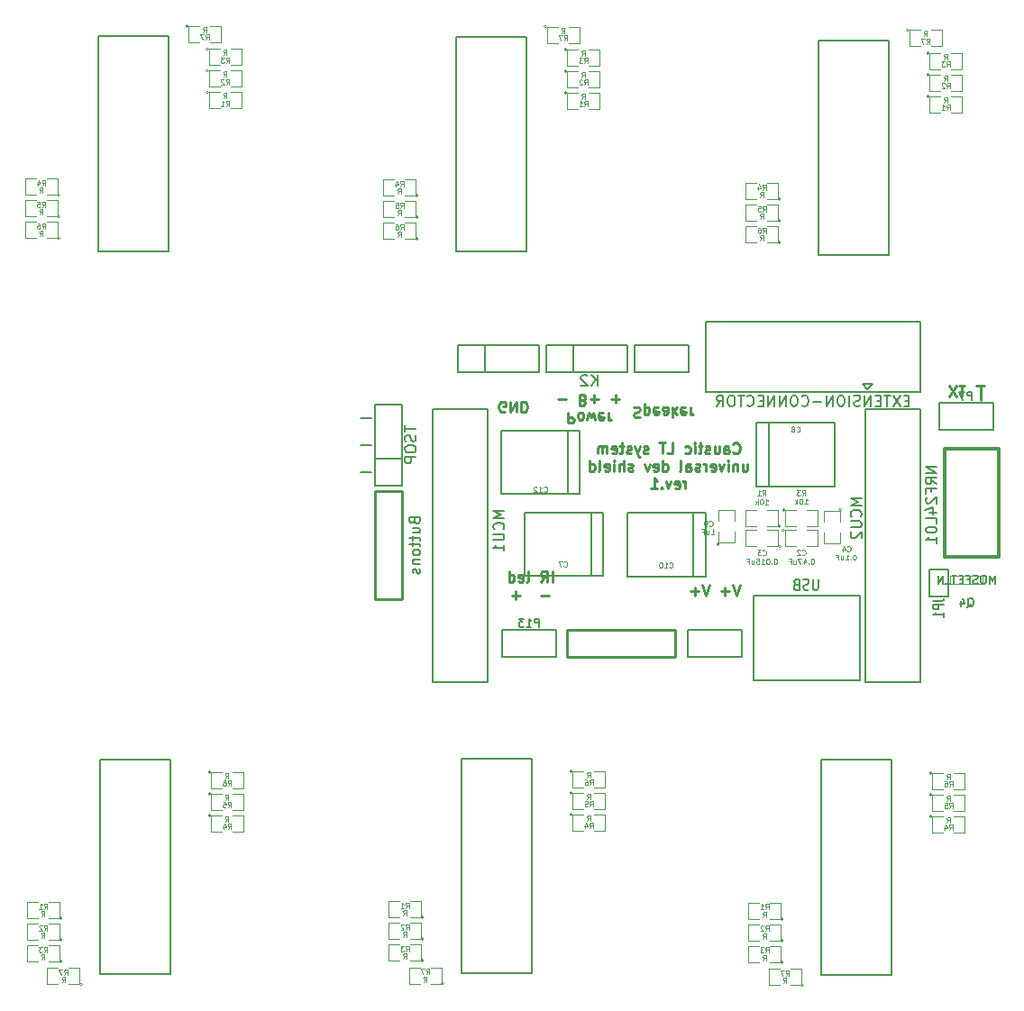
<source format=gbo>
G04 (created by PCBNEW (2013-may-18)-stable) date Чт 26 май 2016 23:42:55*
%MOIN*%
G04 Gerber Fmt 3.4, Leading zero omitted, Abs format*
%FSLAX34Y34*%
G01*
G70*
G90*
G04 APERTURE LIST*
%ADD10C,0.00590551*%
%ADD11C,0.00787402*%
%ADD12C,0.00984252*%
%ADD13C,0.0039*%
%ADD14C,0.005*%
%ADD15C,0.006*%
%ADD16C,0.012*%
%ADD17C,0.0047*%
%ADD18C,0.01*%
%ADD19C,0.0043*%
%ADD20C,0.008*%
%ADD21C,0.0051*%
G04 APERTURE END LIST*
G54D10*
G54D11*
X47350Y-35150D02*
X46950Y-35150D01*
X47350Y-34150D02*
X46950Y-34150D01*
X46950Y-33150D02*
X47350Y-33150D01*
X65700Y-32070D02*
X65700Y-32080D01*
X65515Y-31885D02*
X65700Y-32070D01*
X65525Y-31885D02*
X65515Y-31885D01*
X65885Y-31885D02*
X65525Y-31885D01*
X65700Y-32070D02*
X65885Y-31885D01*
G54D12*
X60987Y-39315D02*
X60856Y-39709D01*
X60724Y-39315D01*
X60593Y-39559D02*
X60293Y-39559D01*
X60443Y-39709D02*
X60443Y-39409D01*
X59862Y-39315D02*
X59731Y-39709D01*
X59600Y-39315D01*
X59468Y-39559D02*
X59168Y-39559D01*
X59318Y-39709D02*
X59318Y-39409D01*
X60740Y-34421D02*
X60759Y-34440D01*
X60815Y-34459D01*
X60852Y-34459D01*
X60909Y-34440D01*
X60946Y-34403D01*
X60965Y-34365D01*
X60984Y-34290D01*
X60984Y-34234D01*
X60965Y-34159D01*
X60946Y-34121D01*
X60909Y-34084D01*
X60852Y-34065D01*
X60815Y-34065D01*
X60759Y-34084D01*
X60740Y-34103D01*
X60402Y-34459D02*
X60402Y-34253D01*
X60421Y-34215D01*
X60459Y-34196D01*
X60534Y-34196D01*
X60571Y-34215D01*
X60402Y-34440D02*
X60440Y-34459D01*
X60534Y-34459D01*
X60571Y-34440D01*
X60590Y-34403D01*
X60590Y-34365D01*
X60571Y-34328D01*
X60534Y-34309D01*
X60440Y-34309D01*
X60402Y-34290D01*
X60046Y-34196D02*
X60046Y-34459D01*
X60215Y-34196D02*
X60215Y-34403D01*
X60196Y-34440D01*
X60159Y-34459D01*
X60102Y-34459D01*
X60065Y-34440D01*
X60046Y-34421D01*
X59877Y-34440D02*
X59840Y-34459D01*
X59765Y-34459D01*
X59727Y-34440D01*
X59709Y-34403D01*
X59709Y-34384D01*
X59727Y-34346D01*
X59765Y-34328D01*
X59821Y-34328D01*
X59859Y-34309D01*
X59877Y-34271D01*
X59877Y-34253D01*
X59859Y-34215D01*
X59821Y-34196D01*
X59765Y-34196D01*
X59727Y-34215D01*
X59596Y-34196D02*
X59446Y-34196D01*
X59540Y-34065D02*
X59540Y-34403D01*
X59521Y-34440D01*
X59484Y-34459D01*
X59446Y-34459D01*
X59315Y-34459D02*
X59315Y-34196D01*
X59315Y-34065D02*
X59334Y-34084D01*
X59315Y-34103D01*
X59296Y-34084D01*
X59315Y-34065D01*
X59315Y-34103D01*
X58959Y-34440D02*
X58996Y-34459D01*
X59071Y-34459D01*
X59109Y-34440D01*
X59128Y-34421D01*
X59146Y-34384D01*
X59146Y-34271D01*
X59128Y-34234D01*
X59109Y-34215D01*
X59071Y-34196D01*
X58996Y-34196D01*
X58959Y-34215D01*
X58303Y-34459D02*
X58490Y-34459D01*
X58490Y-34065D01*
X58228Y-34065D02*
X58003Y-34065D01*
X58115Y-34459D02*
X58115Y-34065D01*
X57590Y-34440D02*
X57553Y-34459D01*
X57478Y-34459D01*
X57440Y-34440D01*
X57421Y-34403D01*
X57421Y-34384D01*
X57440Y-34346D01*
X57478Y-34328D01*
X57534Y-34328D01*
X57571Y-34309D01*
X57590Y-34271D01*
X57590Y-34253D01*
X57571Y-34215D01*
X57534Y-34196D01*
X57478Y-34196D01*
X57440Y-34215D01*
X57290Y-34196D02*
X57197Y-34459D01*
X57103Y-34196D02*
X57197Y-34459D01*
X57234Y-34553D01*
X57253Y-34571D01*
X57290Y-34590D01*
X56972Y-34440D02*
X56934Y-34459D01*
X56859Y-34459D01*
X56822Y-34440D01*
X56803Y-34403D01*
X56803Y-34384D01*
X56822Y-34346D01*
X56859Y-34328D01*
X56915Y-34328D01*
X56953Y-34309D01*
X56972Y-34271D01*
X56972Y-34253D01*
X56953Y-34215D01*
X56915Y-34196D01*
X56859Y-34196D01*
X56822Y-34215D01*
X56690Y-34196D02*
X56540Y-34196D01*
X56634Y-34065D02*
X56634Y-34403D01*
X56615Y-34440D01*
X56578Y-34459D01*
X56540Y-34459D01*
X56259Y-34440D02*
X56297Y-34459D01*
X56372Y-34459D01*
X56409Y-34440D01*
X56428Y-34403D01*
X56428Y-34253D01*
X56409Y-34215D01*
X56372Y-34196D01*
X56297Y-34196D01*
X56259Y-34215D01*
X56240Y-34253D01*
X56240Y-34290D01*
X56428Y-34328D01*
X56072Y-34459D02*
X56072Y-34196D01*
X56072Y-34234D02*
X56053Y-34215D01*
X56015Y-34196D01*
X55959Y-34196D01*
X55922Y-34215D01*
X55903Y-34253D01*
X55903Y-34459D01*
X55903Y-34253D02*
X55884Y-34215D01*
X55847Y-34196D01*
X55790Y-34196D01*
X55753Y-34215D01*
X55734Y-34253D01*
X55734Y-34459D01*
X61096Y-34846D02*
X61096Y-35108D01*
X61265Y-34846D02*
X61265Y-35052D01*
X61246Y-35090D01*
X61209Y-35108D01*
X61152Y-35108D01*
X61115Y-35090D01*
X61096Y-35071D01*
X60909Y-34846D02*
X60909Y-35108D01*
X60909Y-34883D02*
X60890Y-34865D01*
X60852Y-34846D01*
X60796Y-34846D01*
X60759Y-34865D01*
X60740Y-34902D01*
X60740Y-35108D01*
X60552Y-35108D02*
X60552Y-34846D01*
X60552Y-34715D02*
X60571Y-34734D01*
X60552Y-34752D01*
X60534Y-34734D01*
X60552Y-34715D01*
X60552Y-34752D01*
X60402Y-34846D02*
X60309Y-35108D01*
X60215Y-34846D01*
X59915Y-35090D02*
X59952Y-35108D01*
X60027Y-35108D01*
X60065Y-35090D01*
X60084Y-35052D01*
X60084Y-34902D01*
X60065Y-34865D01*
X60027Y-34846D01*
X59952Y-34846D01*
X59915Y-34865D01*
X59896Y-34902D01*
X59896Y-34940D01*
X60084Y-34977D01*
X59727Y-35108D02*
X59727Y-34846D01*
X59727Y-34921D02*
X59709Y-34883D01*
X59690Y-34865D01*
X59652Y-34846D01*
X59615Y-34846D01*
X59502Y-35090D02*
X59465Y-35108D01*
X59390Y-35108D01*
X59352Y-35090D01*
X59334Y-35052D01*
X59334Y-35033D01*
X59352Y-34996D01*
X59390Y-34977D01*
X59446Y-34977D01*
X59484Y-34958D01*
X59502Y-34921D01*
X59502Y-34902D01*
X59484Y-34865D01*
X59446Y-34846D01*
X59390Y-34846D01*
X59352Y-34865D01*
X58996Y-35108D02*
X58996Y-34902D01*
X59015Y-34865D01*
X59053Y-34846D01*
X59128Y-34846D01*
X59165Y-34865D01*
X58996Y-35090D02*
X59034Y-35108D01*
X59128Y-35108D01*
X59165Y-35090D01*
X59184Y-35052D01*
X59184Y-35015D01*
X59165Y-34977D01*
X59128Y-34958D01*
X59034Y-34958D01*
X58996Y-34940D01*
X58753Y-35108D02*
X58790Y-35090D01*
X58809Y-35052D01*
X58809Y-34715D01*
X58134Y-35108D02*
X58134Y-34715D01*
X58134Y-35090D02*
X58171Y-35108D01*
X58246Y-35108D01*
X58284Y-35090D01*
X58303Y-35071D01*
X58321Y-35033D01*
X58321Y-34921D01*
X58303Y-34883D01*
X58284Y-34865D01*
X58246Y-34846D01*
X58171Y-34846D01*
X58134Y-34865D01*
X57796Y-35090D02*
X57834Y-35108D01*
X57909Y-35108D01*
X57946Y-35090D01*
X57965Y-35052D01*
X57965Y-34902D01*
X57946Y-34865D01*
X57909Y-34846D01*
X57834Y-34846D01*
X57796Y-34865D01*
X57778Y-34902D01*
X57778Y-34940D01*
X57965Y-34977D01*
X57646Y-34846D02*
X57553Y-35108D01*
X57459Y-34846D01*
X57028Y-35090D02*
X56990Y-35108D01*
X56915Y-35108D01*
X56878Y-35090D01*
X56859Y-35052D01*
X56859Y-35033D01*
X56878Y-34996D01*
X56915Y-34977D01*
X56972Y-34977D01*
X57009Y-34958D01*
X57028Y-34921D01*
X57028Y-34902D01*
X57009Y-34865D01*
X56972Y-34846D01*
X56915Y-34846D01*
X56878Y-34865D01*
X56690Y-35108D02*
X56690Y-34715D01*
X56522Y-35108D02*
X56522Y-34902D01*
X56540Y-34865D01*
X56578Y-34846D01*
X56634Y-34846D01*
X56672Y-34865D01*
X56690Y-34883D01*
X56334Y-35108D02*
X56334Y-34846D01*
X56334Y-34715D02*
X56353Y-34734D01*
X56334Y-34752D01*
X56315Y-34734D01*
X56334Y-34715D01*
X56334Y-34752D01*
X55997Y-35090D02*
X56034Y-35108D01*
X56109Y-35108D01*
X56147Y-35090D01*
X56165Y-35052D01*
X56165Y-34902D01*
X56147Y-34865D01*
X56109Y-34846D01*
X56034Y-34846D01*
X55997Y-34865D01*
X55978Y-34902D01*
X55978Y-34940D01*
X56165Y-34977D01*
X55753Y-35108D02*
X55790Y-35090D01*
X55809Y-35052D01*
X55809Y-34715D01*
X55434Y-35108D02*
X55434Y-34715D01*
X55434Y-35090D02*
X55472Y-35108D01*
X55547Y-35108D01*
X55584Y-35090D01*
X55603Y-35071D01*
X55622Y-35033D01*
X55622Y-34921D01*
X55603Y-34883D01*
X55584Y-34865D01*
X55547Y-34846D01*
X55472Y-34846D01*
X55434Y-34865D01*
X58978Y-35758D02*
X58978Y-35496D01*
X58978Y-35571D02*
X58959Y-35533D01*
X58940Y-35514D01*
X58903Y-35496D01*
X58865Y-35496D01*
X58584Y-35739D02*
X58621Y-35758D01*
X58696Y-35758D01*
X58734Y-35739D01*
X58753Y-35702D01*
X58753Y-35552D01*
X58734Y-35514D01*
X58696Y-35496D01*
X58621Y-35496D01*
X58584Y-35514D01*
X58565Y-35552D01*
X58565Y-35589D01*
X58753Y-35627D01*
X58434Y-35496D02*
X58340Y-35758D01*
X58246Y-35496D01*
X58096Y-35721D02*
X58078Y-35739D01*
X58096Y-35758D01*
X58115Y-35739D01*
X58096Y-35721D01*
X58096Y-35758D01*
X57703Y-35758D02*
X57928Y-35758D01*
X57815Y-35758D02*
X57815Y-35364D01*
X57853Y-35421D01*
X57890Y-35458D01*
X57928Y-35477D01*
X52300Y-32915D02*
X52262Y-32934D01*
X52206Y-32934D01*
X52150Y-32915D01*
X52112Y-32878D01*
X52093Y-32840D01*
X52075Y-32765D01*
X52075Y-32709D01*
X52093Y-32634D01*
X52112Y-32596D01*
X52150Y-32559D01*
X52206Y-32540D01*
X52243Y-32540D01*
X52300Y-32559D01*
X52318Y-32578D01*
X52318Y-32709D01*
X52243Y-32709D01*
X52487Y-32540D02*
X52487Y-32934D01*
X52712Y-32540D01*
X52712Y-32934D01*
X52899Y-32540D02*
X52899Y-32934D01*
X52993Y-32934D01*
X53049Y-32915D01*
X53087Y-32878D01*
X53106Y-32840D01*
X53124Y-32765D01*
X53124Y-32709D01*
X53106Y-32634D01*
X53087Y-32596D01*
X53049Y-32559D01*
X52993Y-32540D01*
X52899Y-32540D01*
X69737Y-31946D02*
X70037Y-31946D01*
X69887Y-31946D02*
X69887Y-32471D01*
X69306Y-31965D02*
X69081Y-31965D01*
X69193Y-32359D02*
X69193Y-31965D01*
X68987Y-31965D02*
X68725Y-32359D01*
X68725Y-31965D02*
X68987Y-32359D01*
X54621Y-32940D02*
X54621Y-33334D01*
X54771Y-33334D01*
X54809Y-33315D01*
X54828Y-33296D01*
X54846Y-33259D01*
X54846Y-33203D01*
X54828Y-33165D01*
X54809Y-33146D01*
X54771Y-33128D01*
X54621Y-33128D01*
X55071Y-32940D02*
X55034Y-32959D01*
X55015Y-32978D01*
X54996Y-33015D01*
X54996Y-33128D01*
X55015Y-33165D01*
X55034Y-33184D01*
X55071Y-33203D01*
X55128Y-33203D01*
X55165Y-33184D01*
X55184Y-33165D01*
X55203Y-33128D01*
X55203Y-33015D01*
X55184Y-32978D01*
X55165Y-32959D01*
X55128Y-32940D01*
X55071Y-32940D01*
X55334Y-33203D02*
X55409Y-32940D01*
X55484Y-33128D01*
X55559Y-32940D01*
X55634Y-33203D01*
X55934Y-32959D02*
X55896Y-32940D01*
X55821Y-32940D01*
X55784Y-32959D01*
X55765Y-32996D01*
X55765Y-33146D01*
X55784Y-33184D01*
X55821Y-33203D01*
X55896Y-33203D01*
X55934Y-33184D01*
X55953Y-33146D01*
X55953Y-33109D01*
X55765Y-33071D01*
X56121Y-32940D02*
X56121Y-33203D01*
X56121Y-33128D02*
X56140Y-33165D01*
X56159Y-33184D01*
X56196Y-33203D01*
X56234Y-33203D01*
X54265Y-32441D02*
X54565Y-32441D01*
X55184Y-32497D02*
X55240Y-32478D01*
X55259Y-32459D01*
X55278Y-32422D01*
X55278Y-32366D01*
X55259Y-32328D01*
X55240Y-32309D01*
X55203Y-32291D01*
X55053Y-32291D01*
X55053Y-32684D01*
X55184Y-32684D01*
X55221Y-32665D01*
X55240Y-32647D01*
X55259Y-32609D01*
X55259Y-32572D01*
X55240Y-32534D01*
X55221Y-32516D01*
X55184Y-32497D01*
X55053Y-32497D01*
X55446Y-32441D02*
X55746Y-32441D01*
X55596Y-32291D02*
X55596Y-32591D01*
X56234Y-32441D02*
X56534Y-32441D01*
X56384Y-32291D02*
X56384Y-32591D01*
X57062Y-32759D02*
X57118Y-32740D01*
X57212Y-32740D01*
X57250Y-32759D01*
X57268Y-32778D01*
X57287Y-32815D01*
X57287Y-32853D01*
X57268Y-32890D01*
X57250Y-32909D01*
X57212Y-32928D01*
X57137Y-32946D01*
X57100Y-32965D01*
X57081Y-32984D01*
X57062Y-33021D01*
X57062Y-33059D01*
X57081Y-33096D01*
X57100Y-33115D01*
X57137Y-33134D01*
X57231Y-33134D01*
X57287Y-33115D01*
X57456Y-33003D02*
X57456Y-32609D01*
X57456Y-32984D02*
X57493Y-33003D01*
X57568Y-33003D01*
X57606Y-32984D01*
X57625Y-32965D01*
X57643Y-32928D01*
X57643Y-32815D01*
X57625Y-32778D01*
X57606Y-32759D01*
X57568Y-32740D01*
X57493Y-32740D01*
X57456Y-32759D01*
X57962Y-32759D02*
X57925Y-32740D01*
X57850Y-32740D01*
X57812Y-32759D01*
X57793Y-32796D01*
X57793Y-32946D01*
X57812Y-32984D01*
X57850Y-33003D01*
X57925Y-33003D01*
X57962Y-32984D01*
X57981Y-32946D01*
X57981Y-32909D01*
X57793Y-32871D01*
X58318Y-32740D02*
X58318Y-32946D01*
X58299Y-32984D01*
X58262Y-33003D01*
X58187Y-33003D01*
X58150Y-32984D01*
X58318Y-32759D02*
X58281Y-32740D01*
X58187Y-32740D01*
X58150Y-32759D01*
X58131Y-32796D01*
X58131Y-32834D01*
X58150Y-32871D01*
X58187Y-32890D01*
X58281Y-32890D01*
X58318Y-32909D01*
X58506Y-32740D02*
X58506Y-33134D01*
X58543Y-32890D02*
X58656Y-32740D01*
X58656Y-33003D02*
X58506Y-32853D01*
X58974Y-32759D02*
X58937Y-32740D01*
X58862Y-32740D01*
X58824Y-32759D01*
X58806Y-32796D01*
X58806Y-32946D01*
X58824Y-32984D01*
X58862Y-33003D01*
X58937Y-33003D01*
X58974Y-32984D01*
X58993Y-32946D01*
X58993Y-32909D01*
X58806Y-32871D01*
X59162Y-32740D02*
X59162Y-33003D01*
X59162Y-32928D02*
X59181Y-32965D01*
X59199Y-32984D01*
X59237Y-33003D01*
X59274Y-33003D01*
X54046Y-39209D02*
X54046Y-38815D01*
X53634Y-39209D02*
X53765Y-39021D01*
X53859Y-39209D02*
X53859Y-38815D01*
X53709Y-38815D01*
X53671Y-38834D01*
X53653Y-38853D01*
X53634Y-38890D01*
X53634Y-38946D01*
X53653Y-38984D01*
X53671Y-39003D01*
X53709Y-39021D01*
X53859Y-39021D01*
X53109Y-39209D02*
X53146Y-39190D01*
X53165Y-39153D01*
X53165Y-38815D01*
X52809Y-39190D02*
X52846Y-39209D01*
X52921Y-39209D01*
X52959Y-39190D01*
X52978Y-39153D01*
X52978Y-39003D01*
X52959Y-38965D01*
X52921Y-38946D01*
X52846Y-38946D01*
X52809Y-38965D01*
X52790Y-39003D01*
X52790Y-39040D01*
X52978Y-39078D01*
X52453Y-39209D02*
X52453Y-38815D01*
X52453Y-39190D02*
X52490Y-39209D01*
X52565Y-39209D01*
X52603Y-39190D01*
X52621Y-39171D01*
X52640Y-39134D01*
X52640Y-39021D01*
X52621Y-38984D01*
X52603Y-38965D01*
X52565Y-38946D01*
X52490Y-38946D01*
X52453Y-38965D01*
X53943Y-39708D02*
X53643Y-39708D01*
X52856Y-39708D02*
X52556Y-39708D01*
X52706Y-39858D02*
X52706Y-39558D01*
G54D13*
X35925Y-51650D02*
G75*
G03X35925Y-51650I-50J0D01*
G74*
G01*
X35425Y-51650D02*
X35825Y-51650D01*
X35825Y-51650D02*
X35825Y-51050D01*
X35825Y-51050D02*
X35425Y-51050D01*
X35025Y-51050D02*
X34625Y-51050D01*
X34625Y-51050D02*
X34625Y-51650D01*
X34625Y-51650D02*
X35025Y-51650D01*
X35925Y-52450D02*
G75*
G03X35925Y-52450I-50J0D01*
G74*
G01*
X35425Y-52450D02*
X35825Y-52450D01*
X35825Y-52450D02*
X35825Y-51850D01*
X35825Y-51850D02*
X35425Y-51850D01*
X35025Y-51850D02*
X34625Y-51850D01*
X34625Y-51850D02*
X34625Y-52450D01*
X34625Y-52450D02*
X35025Y-52450D01*
X35925Y-53250D02*
G75*
G03X35925Y-53250I-50J0D01*
G74*
G01*
X35425Y-53250D02*
X35825Y-53250D01*
X35825Y-53250D02*
X35825Y-52650D01*
X35825Y-52650D02*
X35425Y-52650D01*
X35025Y-52650D02*
X34625Y-52650D01*
X34625Y-52650D02*
X34625Y-53250D01*
X34625Y-53250D02*
X35025Y-53250D01*
X41425Y-47850D02*
G75*
G03X41425Y-47850I-50J0D01*
G74*
G01*
X41825Y-47850D02*
X41425Y-47850D01*
X41425Y-47850D02*
X41425Y-48450D01*
X41425Y-48450D02*
X41825Y-48450D01*
X42225Y-48450D02*
X42625Y-48450D01*
X42625Y-48450D02*
X42625Y-47850D01*
X42625Y-47850D02*
X42225Y-47850D01*
X41425Y-47050D02*
G75*
G03X41425Y-47050I-50J0D01*
G74*
G01*
X41825Y-47050D02*
X41425Y-47050D01*
X41425Y-47050D02*
X41425Y-47650D01*
X41425Y-47650D02*
X41825Y-47650D01*
X42225Y-47650D02*
X42625Y-47650D01*
X42625Y-47650D02*
X42625Y-47050D01*
X42625Y-47050D02*
X42225Y-47050D01*
X41425Y-46250D02*
G75*
G03X41425Y-46250I-50J0D01*
G74*
G01*
X41825Y-46250D02*
X41425Y-46250D01*
X41425Y-46250D02*
X41425Y-46850D01*
X41425Y-46850D02*
X41825Y-46850D01*
X42225Y-46850D02*
X42625Y-46850D01*
X42625Y-46850D02*
X42625Y-46250D01*
X42625Y-46250D02*
X42225Y-46250D01*
X36675Y-54100D02*
G75*
G03X36675Y-54100I-50J0D01*
G74*
G01*
X36175Y-54100D02*
X36575Y-54100D01*
X36575Y-54100D02*
X36575Y-53500D01*
X36575Y-53500D02*
X36175Y-53500D01*
X35775Y-53500D02*
X35375Y-53500D01*
X35375Y-53500D02*
X35375Y-54100D01*
X35375Y-54100D02*
X35775Y-54100D01*
G54D10*
X37325Y-45773D02*
X37325Y-53726D01*
X37325Y-53726D02*
X39924Y-53726D01*
X39924Y-53726D02*
X39924Y-45773D01*
X39924Y-45773D02*
X37325Y-45773D01*
X50700Y-45748D02*
X50700Y-53701D01*
X50700Y-53701D02*
X53299Y-53701D01*
X53299Y-53701D02*
X53299Y-45748D01*
X53299Y-45748D02*
X50700Y-45748D01*
G54D13*
X50050Y-54075D02*
G75*
G03X50050Y-54075I-50J0D01*
G74*
G01*
X49550Y-54075D02*
X49950Y-54075D01*
X49950Y-54075D02*
X49950Y-53475D01*
X49950Y-53475D02*
X49550Y-53475D01*
X49150Y-53475D02*
X48750Y-53475D01*
X48750Y-53475D02*
X48750Y-54075D01*
X48750Y-54075D02*
X49150Y-54075D01*
X54800Y-46225D02*
G75*
G03X54800Y-46225I-50J0D01*
G74*
G01*
X55200Y-46225D02*
X54800Y-46225D01*
X54800Y-46225D02*
X54800Y-46825D01*
X54800Y-46825D02*
X55200Y-46825D01*
X55600Y-46825D02*
X56000Y-46825D01*
X56000Y-46825D02*
X56000Y-46225D01*
X56000Y-46225D02*
X55600Y-46225D01*
X54800Y-47025D02*
G75*
G03X54800Y-47025I-50J0D01*
G74*
G01*
X55200Y-47025D02*
X54800Y-47025D01*
X54800Y-47025D02*
X54800Y-47625D01*
X54800Y-47625D02*
X55200Y-47625D01*
X55600Y-47625D02*
X56000Y-47625D01*
X56000Y-47625D02*
X56000Y-47025D01*
X56000Y-47025D02*
X55600Y-47025D01*
X54800Y-47825D02*
G75*
G03X54800Y-47825I-50J0D01*
G74*
G01*
X55200Y-47825D02*
X54800Y-47825D01*
X54800Y-47825D02*
X54800Y-48425D01*
X54800Y-48425D02*
X55200Y-48425D01*
X55600Y-48425D02*
X56000Y-48425D01*
X56000Y-48425D02*
X56000Y-47825D01*
X56000Y-47825D02*
X55600Y-47825D01*
X49300Y-53225D02*
G75*
G03X49300Y-53225I-50J0D01*
G74*
G01*
X48800Y-53225D02*
X49200Y-53225D01*
X49200Y-53225D02*
X49200Y-52625D01*
X49200Y-52625D02*
X48800Y-52625D01*
X48400Y-52625D02*
X48000Y-52625D01*
X48000Y-52625D02*
X48000Y-53225D01*
X48000Y-53225D02*
X48400Y-53225D01*
X49300Y-52425D02*
G75*
G03X49300Y-52425I-50J0D01*
G74*
G01*
X48800Y-52425D02*
X49200Y-52425D01*
X49200Y-52425D02*
X49200Y-51825D01*
X49200Y-51825D02*
X48800Y-51825D01*
X48400Y-51825D02*
X48000Y-51825D01*
X48000Y-51825D02*
X48000Y-52425D01*
X48000Y-52425D02*
X48400Y-52425D01*
X49300Y-51625D02*
G75*
G03X49300Y-51625I-50J0D01*
G74*
G01*
X48800Y-51625D02*
X49200Y-51625D01*
X49200Y-51625D02*
X49200Y-51025D01*
X49200Y-51025D02*
X48800Y-51025D01*
X48400Y-51025D02*
X48000Y-51025D01*
X48000Y-51025D02*
X48000Y-51625D01*
X48000Y-51625D02*
X48400Y-51625D01*
X62600Y-51675D02*
G75*
G03X62600Y-51675I-50J0D01*
G74*
G01*
X62100Y-51675D02*
X62500Y-51675D01*
X62500Y-51675D02*
X62500Y-51075D01*
X62500Y-51075D02*
X62100Y-51075D01*
X61700Y-51075D02*
X61300Y-51075D01*
X61300Y-51075D02*
X61300Y-51675D01*
X61300Y-51675D02*
X61700Y-51675D01*
X62600Y-52475D02*
G75*
G03X62600Y-52475I-50J0D01*
G74*
G01*
X62100Y-52475D02*
X62500Y-52475D01*
X62500Y-52475D02*
X62500Y-51875D01*
X62500Y-51875D02*
X62100Y-51875D01*
X61700Y-51875D02*
X61300Y-51875D01*
X61300Y-51875D02*
X61300Y-52475D01*
X61300Y-52475D02*
X61700Y-52475D01*
X62600Y-53275D02*
G75*
G03X62600Y-53275I-50J0D01*
G74*
G01*
X62100Y-53275D02*
X62500Y-53275D01*
X62500Y-53275D02*
X62500Y-52675D01*
X62500Y-52675D02*
X62100Y-52675D01*
X61700Y-52675D02*
X61300Y-52675D01*
X61300Y-52675D02*
X61300Y-53275D01*
X61300Y-53275D02*
X61700Y-53275D01*
X68100Y-47875D02*
G75*
G03X68100Y-47875I-50J0D01*
G74*
G01*
X68500Y-47875D02*
X68100Y-47875D01*
X68100Y-47875D02*
X68100Y-48475D01*
X68100Y-48475D02*
X68500Y-48475D01*
X68900Y-48475D02*
X69300Y-48475D01*
X69300Y-48475D02*
X69300Y-47875D01*
X69300Y-47875D02*
X68900Y-47875D01*
X68100Y-47075D02*
G75*
G03X68100Y-47075I-50J0D01*
G74*
G01*
X68500Y-47075D02*
X68100Y-47075D01*
X68100Y-47075D02*
X68100Y-47675D01*
X68100Y-47675D02*
X68500Y-47675D01*
X68900Y-47675D02*
X69300Y-47675D01*
X69300Y-47675D02*
X69300Y-47075D01*
X69300Y-47075D02*
X68900Y-47075D01*
X68100Y-46275D02*
G75*
G03X68100Y-46275I-50J0D01*
G74*
G01*
X68500Y-46275D02*
X68100Y-46275D01*
X68100Y-46275D02*
X68100Y-46875D01*
X68100Y-46875D02*
X68500Y-46875D01*
X68900Y-46875D02*
X69300Y-46875D01*
X69300Y-46875D02*
X69300Y-46275D01*
X69300Y-46275D02*
X68900Y-46275D01*
X63350Y-54125D02*
G75*
G03X63350Y-54125I-50J0D01*
G74*
G01*
X62850Y-54125D02*
X63250Y-54125D01*
X63250Y-54125D02*
X63250Y-53525D01*
X63250Y-53525D02*
X62850Y-53525D01*
X62450Y-53525D02*
X62050Y-53525D01*
X62050Y-53525D02*
X62050Y-54125D01*
X62050Y-54125D02*
X62450Y-54125D01*
G54D10*
X64000Y-45798D02*
X64000Y-53751D01*
X64000Y-53751D02*
X66599Y-53751D01*
X66599Y-53751D02*
X66599Y-45798D01*
X66599Y-45798D02*
X64000Y-45798D01*
G54D13*
X41350Y-21100D02*
G75*
G03X41350Y-21100I-50J0D01*
G74*
G01*
X41750Y-21100D02*
X41350Y-21100D01*
X41350Y-21100D02*
X41350Y-21700D01*
X41350Y-21700D02*
X41750Y-21700D01*
X42150Y-21700D02*
X42550Y-21700D01*
X42550Y-21700D02*
X42550Y-21100D01*
X42550Y-21100D02*
X42150Y-21100D01*
X41350Y-20300D02*
G75*
G03X41350Y-20300I-50J0D01*
G74*
G01*
X41750Y-20300D02*
X41350Y-20300D01*
X41350Y-20300D02*
X41350Y-20900D01*
X41350Y-20900D02*
X41750Y-20900D01*
X42150Y-20900D02*
X42550Y-20900D01*
X42550Y-20900D02*
X42550Y-20300D01*
X42550Y-20300D02*
X42150Y-20300D01*
X41350Y-19500D02*
G75*
G03X41350Y-19500I-50J0D01*
G74*
G01*
X41750Y-19500D02*
X41350Y-19500D01*
X41350Y-19500D02*
X41350Y-20100D01*
X41350Y-20100D02*
X41750Y-20100D01*
X42150Y-20100D02*
X42550Y-20100D01*
X42550Y-20100D02*
X42550Y-19500D01*
X42550Y-19500D02*
X42150Y-19500D01*
X35850Y-24900D02*
G75*
G03X35850Y-24900I-50J0D01*
G74*
G01*
X35350Y-24900D02*
X35750Y-24900D01*
X35750Y-24900D02*
X35750Y-24300D01*
X35750Y-24300D02*
X35350Y-24300D01*
X34950Y-24300D02*
X34550Y-24300D01*
X34550Y-24300D02*
X34550Y-24900D01*
X34550Y-24900D02*
X34950Y-24900D01*
X35850Y-25700D02*
G75*
G03X35850Y-25700I-50J0D01*
G74*
G01*
X35350Y-25700D02*
X35750Y-25700D01*
X35750Y-25700D02*
X35750Y-25100D01*
X35750Y-25100D02*
X35350Y-25100D01*
X34950Y-25100D02*
X34550Y-25100D01*
X34550Y-25100D02*
X34550Y-25700D01*
X34550Y-25700D02*
X34950Y-25700D01*
X35850Y-26500D02*
G75*
G03X35850Y-26500I-50J0D01*
G74*
G01*
X35350Y-26500D02*
X35750Y-26500D01*
X35750Y-26500D02*
X35750Y-25900D01*
X35750Y-25900D02*
X35350Y-25900D01*
X34950Y-25900D02*
X34550Y-25900D01*
X34550Y-25900D02*
X34550Y-26500D01*
X34550Y-26500D02*
X34950Y-26500D01*
X40600Y-18650D02*
G75*
G03X40600Y-18650I-50J0D01*
G74*
G01*
X41000Y-18650D02*
X40600Y-18650D01*
X40600Y-18650D02*
X40600Y-19250D01*
X40600Y-19250D02*
X41000Y-19250D01*
X41400Y-19250D02*
X41800Y-19250D01*
X41800Y-19250D02*
X41800Y-18650D01*
X41800Y-18650D02*
X41400Y-18650D01*
G54D10*
X39849Y-26976D02*
X39849Y-19023D01*
X39849Y-19023D02*
X37250Y-19023D01*
X37250Y-19023D02*
X37250Y-26976D01*
X37250Y-26976D02*
X39849Y-26976D01*
X53099Y-27001D02*
X53099Y-19048D01*
X53099Y-19048D02*
X50500Y-19048D01*
X50500Y-19048D02*
X50500Y-27001D01*
X50500Y-27001D02*
X53099Y-27001D01*
G54D13*
X53850Y-18675D02*
G75*
G03X53850Y-18675I-50J0D01*
G74*
G01*
X54250Y-18675D02*
X53850Y-18675D01*
X53850Y-18675D02*
X53850Y-19275D01*
X53850Y-19275D02*
X54250Y-19275D01*
X54650Y-19275D02*
X55050Y-19275D01*
X55050Y-19275D02*
X55050Y-18675D01*
X55050Y-18675D02*
X54650Y-18675D01*
X49100Y-26525D02*
G75*
G03X49100Y-26525I-50J0D01*
G74*
G01*
X48600Y-26525D02*
X49000Y-26525D01*
X49000Y-26525D02*
X49000Y-25925D01*
X49000Y-25925D02*
X48600Y-25925D01*
X48200Y-25925D02*
X47800Y-25925D01*
X47800Y-25925D02*
X47800Y-26525D01*
X47800Y-26525D02*
X48200Y-26525D01*
X49100Y-25725D02*
G75*
G03X49100Y-25725I-50J0D01*
G74*
G01*
X48600Y-25725D02*
X49000Y-25725D01*
X49000Y-25725D02*
X49000Y-25125D01*
X49000Y-25125D02*
X48600Y-25125D01*
X48200Y-25125D02*
X47800Y-25125D01*
X47800Y-25125D02*
X47800Y-25725D01*
X47800Y-25725D02*
X48200Y-25725D01*
X49100Y-24925D02*
G75*
G03X49100Y-24925I-50J0D01*
G74*
G01*
X48600Y-24925D02*
X49000Y-24925D01*
X49000Y-24925D02*
X49000Y-24325D01*
X49000Y-24325D02*
X48600Y-24325D01*
X48200Y-24325D02*
X47800Y-24325D01*
X47800Y-24325D02*
X47800Y-24925D01*
X47800Y-24925D02*
X48200Y-24925D01*
X54600Y-19525D02*
G75*
G03X54600Y-19525I-50J0D01*
G74*
G01*
X55000Y-19525D02*
X54600Y-19525D01*
X54600Y-19525D02*
X54600Y-20125D01*
X54600Y-20125D02*
X55000Y-20125D01*
X55400Y-20125D02*
X55800Y-20125D01*
X55800Y-20125D02*
X55800Y-19525D01*
X55800Y-19525D02*
X55400Y-19525D01*
X54600Y-20325D02*
G75*
G03X54600Y-20325I-50J0D01*
G74*
G01*
X55000Y-20325D02*
X54600Y-20325D01*
X54600Y-20325D02*
X54600Y-20925D01*
X54600Y-20925D02*
X55000Y-20925D01*
X55400Y-20925D02*
X55800Y-20925D01*
X55800Y-20925D02*
X55800Y-20325D01*
X55800Y-20325D02*
X55400Y-20325D01*
X54600Y-21125D02*
G75*
G03X54600Y-21125I-50J0D01*
G74*
G01*
X55000Y-21125D02*
X54600Y-21125D01*
X54600Y-21125D02*
X54600Y-21725D01*
X54600Y-21725D02*
X55000Y-21725D01*
X55400Y-21725D02*
X55800Y-21725D01*
X55800Y-21725D02*
X55800Y-21125D01*
X55800Y-21125D02*
X55400Y-21125D01*
X68000Y-21250D02*
G75*
G03X68000Y-21250I-50J0D01*
G74*
G01*
X68400Y-21250D02*
X68000Y-21250D01*
X68000Y-21250D02*
X68000Y-21850D01*
X68000Y-21850D02*
X68400Y-21850D01*
X68800Y-21850D02*
X69200Y-21850D01*
X69200Y-21850D02*
X69200Y-21250D01*
X69200Y-21250D02*
X68800Y-21250D01*
X68000Y-20450D02*
G75*
G03X68000Y-20450I-50J0D01*
G74*
G01*
X68400Y-20450D02*
X68000Y-20450D01*
X68000Y-20450D02*
X68000Y-21050D01*
X68000Y-21050D02*
X68400Y-21050D01*
X68800Y-21050D02*
X69200Y-21050D01*
X69200Y-21050D02*
X69200Y-20450D01*
X69200Y-20450D02*
X68800Y-20450D01*
X68000Y-19650D02*
G75*
G03X68000Y-19650I-50J0D01*
G74*
G01*
X68400Y-19650D02*
X68000Y-19650D01*
X68000Y-19650D02*
X68000Y-20250D01*
X68000Y-20250D02*
X68400Y-20250D01*
X68800Y-20250D02*
X69200Y-20250D01*
X69200Y-20250D02*
X69200Y-19650D01*
X69200Y-19650D02*
X68800Y-19650D01*
X62500Y-25050D02*
G75*
G03X62500Y-25050I-50J0D01*
G74*
G01*
X62000Y-25050D02*
X62400Y-25050D01*
X62400Y-25050D02*
X62400Y-24450D01*
X62400Y-24450D02*
X62000Y-24450D01*
X61600Y-24450D02*
X61200Y-24450D01*
X61200Y-24450D02*
X61200Y-25050D01*
X61200Y-25050D02*
X61600Y-25050D01*
X62500Y-25850D02*
G75*
G03X62500Y-25850I-50J0D01*
G74*
G01*
X62000Y-25850D02*
X62400Y-25850D01*
X62400Y-25850D02*
X62400Y-25250D01*
X62400Y-25250D02*
X62000Y-25250D01*
X61600Y-25250D02*
X61200Y-25250D01*
X61200Y-25250D02*
X61200Y-25850D01*
X61200Y-25850D02*
X61600Y-25850D01*
X62500Y-26650D02*
G75*
G03X62500Y-26650I-50J0D01*
G74*
G01*
X62000Y-26650D02*
X62400Y-26650D01*
X62400Y-26650D02*
X62400Y-26050D01*
X62400Y-26050D02*
X62000Y-26050D01*
X61600Y-26050D02*
X61200Y-26050D01*
X61200Y-26050D02*
X61200Y-26650D01*
X61200Y-26650D02*
X61600Y-26650D01*
X67250Y-18800D02*
G75*
G03X67250Y-18800I-50J0D01*
G74*
G01*
X67650Y-18800D02*
X67250Y-18800D01*
X67250Y-18800D02*
X67250Y-19400D01*
X67250Y-19400D02*
X67650Y-19400D01*
X68050Y-19400D02*
X68450Y-19400D01*
X68450Y-19400D02*
X68450Y-18800D01*
X68450Y-18800D02*
X68050Y-18800D01*
G54D10*
X66499Y-27126D02*
X66499Y-19173D01*
X66499Y-19173D02*
X63900Y-19173D01*
X63900Y-19173D02*
X63900Y-27126D01*
X63900Y-27126D02*
X66499Y-27126D01*
G54D14*
X55930Y-38995D02*
X55930Y-36645D01*
X55480Y-36645D02*
X55480Y-38995D01*
X53030Y-38995D02*
X53030Y-36645D01*
X53030Y-36645D02*
X55930Y-36645D01*
X55930Y-38995D02*
X53030Y-38995D01*
G54D13*
X62661Y-36553D02*
G75*
G03X62661Y-36553I-50J0D01*
G74*
G01*
X63061Y-36553D02*
X62661Y-36553D01*
X62661Y-36553D02*
X62661Y-37153D01*
X62661Y-37153D02*
X63061Y-37153D01*
X63461Y-37153D02*
X63861Y-37153D01*
X63861Y-37153D02*
X63861Y-36553D01*
X63861Y-36553D02*
X63461Y-36553D01*
X62504Y-37901D02*
G75*
G03X62504Y-37901I-50J0D01*
G74*
G01*
X62004Y-37901D02*
X62404Y-37901D01*
X62404Y-37901D02*
X62404Y-37301D01*
X62404Y-37301D02*
X62004Y-37301D01*
X61604Y-37301D02*
X61204Y-37301D01*
X61204Y-37301D02*
X61204Y-37901D01*
X61204Y-37901D02*
X61604Y-37901D01*
X62504Y-37153D02*
G75*
G03X62504Y-37153I-50J0D01*
G74*
G01*
X62004Y-37153D02*
X62404Y-37153D01*
X62404Y-37153D02*
X62404Y-36553D01*
X62404Y-36553D02*
X62004Y-36553D01*
X61604Y-36553D02*
X61204Y-36553D01*
X61204Y-36553D02*
X61204Y-37153D01*
X61204Y-37153D02*
X61604Y-37153D01*
X62661Y-37301D02*
G75*
G03X62661Y-37301I-50J0D01*
G74*
G01*
X63061Y-37301D02*
X62661Y-37301D01*
X62661Y-37301D02*
X62661Y-37901D01*
X62661Y-37901D02*
X63061Y-37901D01*
X63461Y-37901D02*
X63861Y-37901D01*
X63861Y-37901D02*
X63861Y-37301D01*
X63861Y-37301D02*
X63461Y-37301D01*
X60235Y-37818D02*
G75*
G03X60235Y-37818I-50J0D01*
G74*
G01*
X60185Y-37368D02*
X60185Y-37768D01*
X60185Y-37768D02*
X60785Y-37768D01*
X60785Y-37768D02*
X60785Y-37368D01*
X60785Y-36968D02*
X60785Y-36568D01*
X60785Y-36568D02*
X60185Y-36568D01*
X60185Y-36568D02*
X60185Y-36968D01*
X64733Y-36538D02*
G75*
G03X64733Y-36538I-50J0D01*
G74*
G01*
X64683Y-36988D02*
X64683Y-36588D01*
X64683Y-36588D02*
X64083Y-36588D01*
X64083Y-36588D02*
X64083Y-36988D01*
X64083Y-37388D02*
X64083Y-37788D01*
X64083Y-37788D02*
X64683Y-37788D01*
X64683Y-37788D02*
X64683Y-37388D01*
G54D15*
X50550Y-30450D02*
X50550Y-31450D01*
X50550Y-31450D02*
X53550Y-31450D01*
X53550Y-31450D02*
X53550Y-30450D01*
X53550Y-30450D02*
X50550Y-30450D01*
X51550Y-31450D02*
X51550Y-30450D01*
X59100Y-31450D02*
X59100Y-30450D01*
X59100Y-30450D02*
X57100Y-30450D01*
X57100Y-30450D02*
X57100Y-31450D01*
X57100Y-31450D02*
X59100Y-31450D01*
G54D10*
X49613Y-32828D02*
X49613Y-42907D01*
X49613Y-42907D02*
X51661Y-42907D01*
X51661Y-42907D02*
X51661Y-32828D01*
X51661Y-32828D02*
X49613Y-32828D01*
X67661Y-42907D02*
X67661Y-32828D01*
X67661Y-32828D02*
X65613Y-32828D01*
X65613Y-32828D02*
X65613Y-42907D01*
X65613Y-42907D02*
X67661Y-42907D01*
G54D15*
X53825Y-30450D02*
X53825Y-31450D01*
X53825Y-31450D02*
X56825Y-31450D01*
X56825Y-31450D02*
X56825Y-30450D01*
X56825Y-30450D02*
X53825Y-30450D01*
X54825Y-31450D02*
X54825Y-30450D01*
G54D10*
X61481Y-39712D02*
X65418Y-39712D01*
X65418Y-39712D02*
X65418Y-42862D01*
X65418Y-42862D02*
X61481Y-42862D01*
X61481Y-39712D02*
X61481Y-42862D01*
G54D16*
X70550Y-38300D02*
X70550Y-34300D01*
X70550Y-34300D02*
X68550Y-34300D01*
X68550Y-34300D02*
X68550Y-38300D01*
X68550Y-38300D02*
X70550Y-38300D01*
G54D10*
X67676Y-29600D02*
X59723Y-29600D01*
X59723Y-29600D02*
X59723Y-32199D01*
X59723Y-32199D02*
X67676Y-32199D01*
X67676Y-32199D02*
X67676Y-29600D01*
G54D14*
X68700Y-38750D02*
X68700Y-39750D01*
X68000Y-39750D02*
X68000Y-38750D01*
X68000Y-39750D02*
X68700Y-39750D01*
X68700Y-38750D02*
X68000Y-38750D01*
X59720Y-39005D02*
X59720Y-36655D01*
X59270Y-36655D02*
X59270Y-39005D01*
X56820Y-39005D02*
X56820Y-36655D01*
X56820Y-36655D02*
X59720Y-36655D01*
X59720Y-39005D02*
X56820Y-39005D01*
X61600Y-33325D02*
X61600Y-35675D01*
X62050Y-35675D02*
X62050Y-33325D01*
X64500Y-33325D02*
X64500Y-35675D01*
X64500Y-35675D02*
X61600Y-35675D01*
X61600Y-33325D02*
X64500Y-33325D01*
X55070Y-35955D02*
X55070Y-33605D01*
X54620Y-33605D02*
X54620Y-35955D01*
X52170Y-35955D02*
X52170Y-33605D01*
X52170Y-33605D02*
X55070Y-33605D01*
X55070Y-35955D02*
X52170Y-35955D01*
G54D15*
X47500Y-35650D02*
X48500Y-35650D01*
X48500Y-35650D02*
X48500Y-32650D01*
X48500Y-32650D02*
X47500Y-32650D01*
X47500Y-32650D02*
X47500Y-35650D01*
X48500Y-34650D02*
X47500Y-34650D01*
G54D17*
X68775Y-39300D02*
X69975Y-39300D01*
X69975Y-39300D02*
X69975Y-39000D01*
X69975Y-39000D02*
X68775Y-39000D01*
X68775Y-39000D02*
X68775Y-39300D01*
G54D18*
X48500Y-39850D02*
X48500Y-35850D01*
X47500Y-39850D02*
X47500Y-35850D01*
X47500Y-35850D02*
X48500Y-35850D01*
X48500Y-39850D02*
X47500Y-39850D01*
G54D15*
X61050Y-42000D02*
X61050Y-41000D01*
X61050Y-41000D02*
X59050Y-41000D01*
X59050Y-41000D02*
X59050Y-42000D01*
X59050Y-42000D02*
X61050Y-42000D01*
X70350Y-33600D02*
X70350Y-32600D01*
X70350Y-32600D02*
X68350Y-32600D01*
X68350Y-32600D02*
X68350Y-33600D01*
X68350Y-33600D02*
X70350Y-33600D01*
X54200Y-42000D02*
X54200Y-41000D01*
X54200Y-41000D02*
X52200Y-41000D01*
X52200Y-41000D02*
X52200Y-42000D01*
X52200Y-42000D02*
X54200Y-42000D01*
G54D18*
X58600Y-41000D02*
X54600Y-41000D01*
X58600Y-42000D02*
X54600Y-42000D01*
X54600Y-42000D02*
X54600Y-41000D01*
X58600Y-41000D02*
X58600Y-42000D01*
G54D19*
X35257Y-51304D02*
X35323Y-51210D01*
X35370Y-51304D02*
X35370Y-51107D01*
X35295Y-51107D01*
X35276Y-51117D01*
X35267Y-51126D01*
X35257Y-51145D01*
X35257Y-51173D01*
X35267Y-51192D01*
X35276Y-51201D01*
X35295Y-51210D01*
X35370Y-51210D01*
X35070Y-51304D02*
X35182Y-51304D01*
X35126Y-51304D02*
X35126Y-51107D01*
X35145Y-51135D01*
X35164Y-51154D01*
X35182Y-51164D01*
X35164Y-51579D02*
X35229Y-51485D01*
X35276Y-51579D02*
X35276Y-51382D01*
X35201Y-51382D01*
X35182Y-51392D01*
X35173Y-51401D01*
X35164Y-51420D01*
X35164Y-51448D01*
X35173Y-51467D01*
X35182Y-51476D01*
X35201Y-51485D01*
X35276Y-51485D01*
X35257Y-52104D02*
X35323Y-52010D01*
X35370Y-52104D02*
X35370Y-51907D01*
X35295Y-51907D01*
X35276Y-51917D01*
X35267Y-51926D01*
X35257Y-51945D01*
X35257Y-51973D01*
X35267Y-51992D01*
X35276Y-52001D01*
X35295Y-52010D01*
X35370Y-52010D01*
X35182Y-51926D02*
X35173Y-51917D01*
X35154Y-51907D01*
X35107Y-51907D01*
X35088Y-51917D01*
X35079Y-51926D01*
X35070Y-51945D01*
X35070Y-51964D01*
X35079Y-51992D01*
X35192Y-52104D01*
X35070Y-52104D01*
X35164Y-52379D02*
X35229Y-52285D01*
X35276Y-52379D02*
X35276Y-52182D01*
X35201Y-52182D01*
X35182Y-52192D01*
X35173Y-52201D01*
X35164Y-52220D01*
X35164Y-52248D01*
X35173Y-52267D01*
X35182Y-52276D01*
X35201Y-52285D01*
X35276Y-52285D01*
X35257Y-52904D02*
X35323Y-52810D01*
X35370Y-52904D02*
X35370Y-52707D01*
X35295Y-52707D01*
X35276Y-52717D01*
X35267Y-52726D01*
X35257Y-52745D01*
X35257Y-52773D01*
X35267Y-52792D01*
X35276Y-52801D01*
X35295Y-52810D01*
X35370Y-52810D01*
X35192Y-52707D02*
X35070Y-52707D01*
X35135Y-52782D01*
X35107Y-52782D01*
X35088Y-52792D01*
X35079Y-52801D01*
X35070Y-52820D01*
X35070Y-52867D01*
X35079Y-52885D01*
X35088Y-52895D01*
X35107Y-52904D01*
X35164Y-52904D01*
X35182Y-52895D01*
X35192Y-52885D01*
X35164Y-53179D02*
X35229Y-53085D01*
X35276Y-53179D02*
X35276Y-52982D01*
X35201Y-52982D01*
X35182Y-52992D01*
X35173Y-53001D01*
X35164Y-53020D01*
X35164Y-53048D01*
X35173Y-53067D01*
X35182Y-53076D01*
X35201Y-53085D01*
X35276Y-53085D01*
X42057Y-48354D02*
X42123Y-48260D01*
X42170Y-48354D02*
X42170Y-48157D01*
X42095Y-48157D01*
X42076Y-48167D01*
X42067Y-48176D01*
X42057Y-48195D01*
X42057Y-48223D01*
X42067Y-48242D01*
X42076Y-48251D01*
X42095Y-48260D01*
X42170Y-48260D01*
X41888Y-48223D02*
X41888Y-48354D01*
X41935Y-48148D02*
X41982Y-48289D01*
X41860Y-48289D01*
X41964Y-48079D02*
X42029Y-47985D01*
X42076Y-48079D02*
X42076Y-47882D01*
X42001Y-47882D01*
X41982Y-47892D01*
X41973Y-47901D01*
X41964Y-47920D01*
X41964Y-47948D01*
X41973Y-47967D01*
X41982Y-47976D01*
X42001Y-47985D01*
X42076Y-47985D01*
X42057Y-47554D02*
X42123Y-47460D01*
X42170Y-47554D02*
X42170Y-47357D01*
X42095Y-47357D01*
X42076Y-47367D01*
X42067Y-47376D01*
X42057Y-47395D01*
X42057Y-47423D01*
X42067Y-47442D01*
X42076Y-47451D01*
X42095Y-47460D01*
X42170Y-47460D01*
X41879Y-47357D02*
X41973Y-47357D01*
X41982Y-47451D01*
X41973Y-47442D01*
X41954Y-47432D01*
X41907Y-47432D01*
X41888Y-47442D01*
X41879Y-47451D01*
X41870Y-47470D01*
X41870Y-47517D01*
X41879Y-47535D01*
X41888Y-47545D01*
X41907Y-47554D01*
X41954Y-47554D01*
X41973Y-47545D01*
X41982Y-47535D01*
X41964Y-47279D02*
X42029Y-47185D01*
X42076Y-47279D02*
X42076Y-47082D01*
X42001Y-47082D01*
X41982Y-47092D01*
X41973Y-47101D01*
X41964Y-47120D01*
X41964Y-47148D01*
X41973Y-47167D01*
X41982Y-47176D01*
X42001Y-47185D01*
X42076Y-47185D01*
X42057Y-46754D02*
X42123Y-46660D01*
X42170Y-46754D02*
X42170Y-46557D01*
X42095Y-46557D01*
X42076Y-46567D01*
X42067Y-46576D01*
X42057Y-46595D01*
X42057Y-46623D01*
X42067Y-46642D01*
X42076Y-46651D01*
X42095Y-46660D01*
X42170Y-46660D01*
X41888Y-46557D02*
X41926Y-46557D01*
X41945Y-46567D01*
X41954Y-46576D01*
X41973Y-46604D01*
X41982Y-46642D01*
X41982Y-46717D01*
X41973Y-46735D01*
X41964Y-46745D01*
X41945Y-46754D01*
X41907Y-46754D01*
X41888Y-46745D01*
X41879Y-46735D01*
X41870Y-46717D01*
X41870Y-46670D01*
X41879Y-46651D01*
X41888Y-46642D01*
X41907Y-46632D01*
X41945Y-46632D01*
X41964Y-46642D01*
X41973Y-46651D01*
X41982Y-46670D01*
X41964Y-46479D02*
X42029Y-46385D01*
X42076Y-46479D02*
X42076Y-46282D01*
X42001Y-46282D01*
X41982Y-46292D01*
X41973Y-46301D01*
X41964Y-46320D01*
X41964Y-46348D01*
X41973Y-46367D01*
X41982Y-46376D01*
X42001Y-46385D01*
X42076Y-46385D01*
X36007Y-53754D02*
X36073Y-53660D01*
X36120Y-53754D02*
X36120Y-53557D01*
X36045Y-53557D01*
X36026Y-53567D01*
X36017Y-53576D01*
X36007Y-53595D01*
X36007Y-53623D01*
X36017Y-53642D01*
X36026Y-53651D01*
X36045Y-53660D01*
X36120Y-53660D01*
X35942Y-53557D02*
X35810Y-53557D01*
X35895Y-53754D01*
X35914Y-54029D02*
X35979Y-53935D01*
X36026Y-54029D02*
X36026Y-53832D01*
X35951Y-53832D01*
X35932Y-53842D01*
X35923Y-53851D01*
X35914Y-53870D01*
X35914Y-53898D01*
X35923Y-53917D01*
X35932Y-53926D01*
X35951Y-53935D01*
X36026Y-53935D01*
X49382Y-53729D02*
X49448Y-53635D01*
X49495Y-53729D02*
X49495Y-53532D01*
X49420Y-53532D01*
X49401Y-53542D01*
X49392Y-53551D01*
X49382Y-53570D01*
X49382Y-53598D01*
X49392Y-53617D01*
X49401Y-53626D01*
X49420Y-53635D01*
X49495Y-53635D01*
X49317Y-53532D02*
X49185Y-53532D01*
X49270Y-53729D01*
X49289Y-54004D02*
X49354Y-53910D01*
X49401Y-54004D02*
X49401Y-53807D01*
X49326Y-53807D01*
X49307Y-53817D01*
X49298Y-53826D01*
X49289Y-53845D01*
X49289Y-53873D01*
X49298Y-53892D01*
X49307Y-53901D01*
X49326Y-53910D01*
X49401Y-53910D01*
X55432Y-46729D02*
X55498Y-46635D01*
X55545Y-46729D02*
X55545Y-46532D01*
X55470Y-46532D01*
X55451Y-46542D01*
X55442Y-46551D01*
X55432Y-46570D01*
X55432Y-46598D01*
X55442Y-46617D01*
X55451Y-46626D01*
X55470Y-46635D01*
X55545Y-46635D01*
X55263Y-46532D02*
X55301Y-46532D01*
X55320Y-46542D01*
X55329Y-46551D01*
X55348Y-46579D01*
X55357Y-46617D01*
X55357Y-46692D01*
X55348Y-46710D01*
X55339Y-46720D01*
X55320Y-46729D01*
X55282Y-46729D01*
X55263Y-46720D01*
X55254Y-46710D01*
X55245Y-46692D01*
X55245Y-46645D01*
X55254Y-46626D01*
X55263Y-46617D01*
X55282Y-46607D01*
X55320Y-46607D01*
X55339Y-46617D01*
X55348Y-46626D01*
X55357Y-46645D01*
X55339Y-46454D02*
X55404Y-46360D01*
X55451Y-46454D02*
X55451Y-46257D01*
X55376Y-46257D01*
X55357Y-46267D01*
X55348Y-46276D01*
X55339Y-46295D01*
X55339Y-46323D01*
X55348Y-46342D01*
X55357Y-46351D01*
X55376Y-46360D01*
X55451Y-46360D01*
X55432Y-47529D02*
X55498Y-47435D01*
X55545Y-47529D02*
X55545Y-47332D01*
X55470Y-47332D01*
X55451Y-47342D01*
X55442Y-47351D01*
X55432Y-47370D01*
X55432Y-47398D01*
X55442Y-47417D01*
X55451Y-47426D01*
X55470Y-47435D01*
X55545Y-47435D01*
X55254Y-47332D02*
X55348Y-47332D01*
X55357Y-47426D01*
X55348Y-47417D01*
X55329Y-47407D01*
X55282Y-47407D01*
X55263Y-47417D01*
X55254Y-47426D01*
X55245Y-47445D01*
X55245Y-47492D01*
X55254Y-47510D01*
X55263Y-47520D01*
X55282Y-47529D01*
X55329Y-47529D01*
X55348Y-47520D01*
X55357Y-47510D01*
X55339Y-47254D02*
X55404Y-47160D01*
X55451Y-47254D02*
X55451Y-47057D01*
X55376Y-47057D01*
X55357Y-47067D01*
X55348Y-47076D01*
X55339Y-47095D01*
X55339Y-47123D01*
X55348Y-47142D01*
X55357Y-47151D01*
X55376Y-47160D01*
X55451Y-47160D01*
X55432Y-48329D02*
X55498Y-48235D01*
X55545Y-48329D02*
X55545Y-48132D01*
X55470Y-48132D01*
X55451Y-48142D01*
X55442Y-48151D01*
X55432Y-48170D01*
X55432Y-48198D01*
X55442Y-48217D01*
X55451Y-48226D01*
X55470Y-48235D01*
X55545Y-48235D01*
X55263Y-48198D02*
X55263Y-48329D01*
X55310Y-48123D02*
X55357Y-48264D01*
X55235Y-48264D01*
X55339Y-48054D02*
X55404Y-47960D01*
X55451Y-48054D02*
X55451Y-47857D01*
X55376Y-47857D01*
X55357Y-47867D01*
X55348Y-47876D01*
X55339Y-47895D01*
X55339Y-47923D01*
X55348Y-47942D01*
X55357Y-47951D01*
X55376Y-47960D01*
X55451Y-47960D01*
X48632Y-52879D02*
X48698Y-52785D01*
X48745Y-52879D02*
X48745Y-52682D01*
X48670Y-52682D01*
X48651Y-52692D01*
X48642Y-52701D01*
X48632Y-52720D01*
X48632Y-52748D01*
X48642Y-52767D01*
X48651Y-52776D01*
X48670Y-52785D01*
X48745Y-52785D01*
X48567Y-52682D02*
X48445Y-52682D01*
X48510Y-52757D01*
X48482Y-52757D01*
X48463Y-52767D01*
X48454Y-52776D01*
X48445Y-52795D01*
X48445Y-52842D01*
X48454Y-52860D01*
X48463Y-52870D01*
X48482Y-52879D01*
X48539Y-52879D01*
X48557Y-52870D01*
X48567Y-52860D01*
X48539Y-53154D02*
X48604Y-53060D01*
X48651Y-53154D02*
X48651Y-52957D01*
X48576Y-52957D01*
X48557Y-52967D01*
X48548Y-52976D01*
X48539Y-52995D01*
X48539Y-53023D01*
X48548Y-53042D01*
X48557Y-53051D01*
X48576Y-53060D01*
X48651Y-53060D01*
X48632Y-52079D02*
X48698Y-51985D01*
X48745Y-52079D02*
X48745Y-51882D01*
X48670Y-51882D01*
X48651Y-51892D01*
X48642Y-51901D01*
X48632Y-51920D01*
X48632Y-51948D01*
X48642Y-51967D01*
X48651Y-51976D01*
X48670Y-51985D01*
X48745Y-51985D01*
X48557Y-51901D02*
X48548Y-51892D01*
X48529Y-51882D01*
X48482Y-51882D01*
X48463Y-51892D01*
X48454Y-51901D01*
X48445Y-51920D01*
X48445Y-51939D01*
X48454Y-51967D01*
X48567Y-52079D01*
X48445Y-52079D01*
X48539Y-52354D02*
X48604Y-52260D01*
X48651Y-52354D02*
X48651Y-52157D01*
X48576Y-52157D01*
X48557Y-52167D01*
X48548Y-52176D01*
X48539Y-52195D01*
X48539Y-52223D01*
X48548Y-52242D01*
X48557Y-52251D01*
X48576Y-52260D01*
X48651Y-52260D01*
X48632Y-51279D02*
X48698Y-51185D01*
X48745Y-51279D02*
X48745Y-51082D01*
X48670Y-51082D01*
X48651Y-51092D01*
X48642Y-51101D01*
X48632Y-51120D01*
X48632Y-51148D01*
X48642Y-51167D01*
X48651Y-51176D01*
X48670Y-51185D01*
X48745Y-51185D01*
X48445Y-51279D02*
X48557Y-51279D01*
X48501Y-51279D02*
X48501Y-51082D01*
X48520Y-51110D01*
X48539Y-51129D01*
X48557Y-51139D01*
X48539Y-51554D02*
X48604Y-51460D01*
X48651Y-51554D02*
X48651Y-51357D01*
X48576Y-51357D01*
X48557Y-51367D01*
X48548Y-51376D01*
X48539Y-51395D01*
X48539Y-51423D01*
X48548Y-51442D01*
X48557Y-51451D01*
X48576Y-51460D01*
X48651Y-51460D01*
X61932Y-51329D02*
X61998Y-51235D01*
X62045Y-51329D02*
X62045Y-51132D01*
X61970Y-51132D01*
X61951Y-51142D01*
X61942Y-51151D01*
X61932Y-51170D01*
X61932Y-51198D01*
X61942Y-51217D01*
X61951Y-51226D01*
X61970Y-51235D01*
X62045Y-51235D01*
X61745Y-51329D02*
X61857Y-51329D01*
X61801Y-51329D02*
X61801Y-51132D01*
X61820Y-51160D01*
X61839Y-51179D01*
X61857Y-51189D01*
X61839Y-51604D02*
X61904Y-51510D01*
X61951Y-51604D02*
X61951Y-51407D01*
X61876Y-51407D01*
X61857Y-51417D01*
X61848Y-51426D01*
X61839Y-51445D01*
X61839Y-51473D01*
X61848Y-51492D01*
X61857Y-51501D01*
X61876Y-51510D01*
X61951Y-51510D01*
X61932Y-52129D02*
X61998Y-52035D01*
X62045Y-52129D02*
X62045Y-51932D01*
X61970Y-51932D01*
X61951Y-51942D01*
X61942Y-51951D01*
X61932Y-51970D01*
X61932Y-51998D01*
X61942Y-52017D01*
X61951Y-52026D01*
X61970Y-52035D01*
X62045Y-52035D01*
X61857Y-51951D02*
X61848Y-51942D01*
X61829Y-51932D01*
X61782Y-51932D01*
X61763Y-51942D01*
X61754Y-51951D01*
X61745Y-51970D01*
X61745Y-51989D01*
X61754Y-52017D01*
X61867Y-52129D01*
X61745Y-52129D01*
X61839Y-52404D02*
X61904Y-52310D01*
X61951Y-52404D02*
X61951Y-52207D01*
X61876Y-52207D01*
X61857Y-52217D01*
X61848Y-52226D01*
X61839Y-52245D01*
X61839Y-52273D01*
X61848Y-52292D01*
X61857Y-52301D01*
X61876Y-52310D01*
X61951Y-52310D01*
X61932Y-52929D02*
X61998Y-52835D01*
X62045Y-52929D02*
X62045Y-52732D01*
X61970Y-52732D01*
X61951Y-52742D01*
X61942Y-52751D01*
X61932Y-52770D01*
X61932Y-52798D01*
X61942Y-52817D01*
X61951Y-52826D01*
X61970Y-52835D01*
X62045Y-52835D01*
X61867Y-52732D02*
X61745Y-52732D01*
X61810Y-52807D01*
X61782Y-52807D01*
X61763Y-52817D01*
X61754Y-52826D01*
X61745Y-52845D01*
X61745Y-52892D01*
X61754Y-52910D01*
X61763Y-52920D01*
X61782Y-52929D01*
X61839Y-52929D01*
X61857Y-52920D01*
X61867Y-52910D01*
X61839Y-53204D02*
X61904Y-53110D01*
X61951Y-53204D02*
X61951Y-53007D01*
X61876Y-53007D01*
X61857Y-53017D01*
X61848Y-53026D01*
X61839Y-53045D01*
X61839Y-53073D01*
X61848Y-53092D01*
X61857Y-53101D01*
X61876Y-53110D01*
X61951Y-53110D01*
X68732Y-48379D02*
X68798Y-48285D01*
X68845Y-48379D02*
X68845Y-48182D01*
X68770Y-48182D01*
X68751Y-48192D01*
X68742Y-48201D01*
X68732Y-48220D01*
X68732Y-48248D01*
X68742Y-48267D01*
X68751Y-48276D01*
X68770Y-48285D01*
X68845Y-48285D01*
X68563Y-48248D02*
X68563Y-48379D01*
X68610Y-48173D02*
X68657Y-48314D01*
X68535Y-48314D01*
X68639Y-48104D02*
X68704Y-48010D01*
X68751Y-48104D02*
X68751Y-47907D01*
X68676Y-47907D01*
X68657Y-47917D01*
X68648Y-47926D01*
X68639Y-47945D01*
X68639Y-47973D01*
X68648Y-47992D01*
X68657Y-48001D01*
X68676Y-48010D01*
X68751Y-48010D01*
X68732Y-47579D02*
X68798Y-47485D01*
X68845Y-47579D02*
X68845Y-47382D01*
X68770Y-47382D01*
X68751Y-47392D01*
X68742Y-47401D01*
X68732Y-47420D01*
X68732Y-47448D01*
X68742Y-47467D01*
X68751Y-47476D01*
X68770Y-47485D01*
X68845Y-47485D01*
X68554Y-47382D02*
X68648Y-47382D01*
X68657Y-47476D01*
X68648Y-47467D01*
X68629Y-47457D01*
X68582Y-47457D01*
X68563Y-47467D01*
X68554Y-47476D01*
X68545Y-47495D01*
X68545Y-47542D01*
X68554Y-47560D01*
X68563Y-47570D01*
X68582Y-47579D01*
X68629Y-47579D01*
X68648Y-47570D01*
X68657Y-47560D01*
X68639Y-47304D02*
X68704Y-47210D01*
X68751Y-47304D02*
X68751Y-47107D01*
X68676Y-47107D01*
X68657Y-47117D01*
X68648Y-47126D01*
X68639Y-47145D01*
X68639Y-47173D01*
X68648Y-47192D01*
X68657Y-47201D01*
X68676Y-47210D01*
X68751Y-47210D01*
X68732Y-46779D02*
X68798Y-46685D01*
X68845Y-46779D02*
X68845Y-46582D01*
X68770Y-46582D01*
X68751Y-46592D01*
X68742Y-46601D01*
X68732Y-46620D01*
X68732Y-46648D01*
X68742Y-46667D01*
X68751Y-46676D01*
X68770Y-46685D01*
X68845Y-46685D01*
X68563Y-46582D02*
X68601Y-46582D01*
X68620Y-46592D01*
X68629Y-46601D01*
X68648Y-46629D01*
X68657Y-46667D01*
X68657Y-46742D01*
X68648Y-46760D01*
X68639Y-46770D01*
X68620Y-46779D01*
X68582Y-46779D01*
X68563Y-46770D01*
X68554Y-46760D01*
X68545Y-46742D01*
X68545Y-46695D01*
X68554Y-46676D01*
X68563Y-46667D01*
X68582Y-46657D01*
X68620Y-46657D01*
X68639Y-46667D01*
X68648Y-46676D01*
X68657Y-46695D01*
X68639Y-46504D02*
X68704Y-46410D01*
X68751Y-46504D02*
X68751Y-46307D01*
X68676Y-46307D01*
X68657Y-46317D01*
X68648Y-46326D01*
X68639Y-46345D01*
X68639Y-46373D01*
X68648Y-46392D01*
X68657Y-46401D01*
X68676Y-46410D01*
X68751Y-46410D01*
X62682Y-53779D02*
X62748Y-53685D01*
X62795Y-53779D02*
X62795Y-53582D01*
X62720Y-53582D01*
X62701Y-53592D01*
X62692Y-53601D01*
X62682Y-53620D01*
X62682Y-53648D01*
X62692Y-53667D01*
X62701Y-53676D01*
X62720Y-53685D01*
X62795Y-53685D01*
X62617Y-53582D02*
X62485Y-53582D01*
X62570Y-53779D01*
X62589Y-54054D02*
X62654Y-53960D01*
X62701Y-54054D02*
X62701Y-53857D01*
X62626Y-53857D01*
X62607Y-53867D01*
X62598Y-53876D01*
X62589Y-53895D01*
X62589Y-53923D01*
X62598Y-53942D01*
X62607Y-53951D01*
X62626Y-53960D01*
X62701Y-53960D01*
X41982Y-21604D02*
X42048Y-21510D01*
X42095Y-21604D02*
X42095Y-21407D01*
X42020Y-21407D01*
X42001Y-21417D01*
X41992Y-21426D01*
X41982Y-21445D01*
X41982Y-21473D01*
X41992Y-21492D01*
X42001Y-21501D01*
X42020Y-21510D01*
X42095Y-21510D01*
X41795Y-21604D02*
X41907Y-21604D01*
X41851Y-21604D02*
X41851Y-21407D01*
X41870Y-21435D01*
X41889Y-21454D01*
X41907Y-21464D01*
X41889Y-21329D02*
X41954Y-21235D01*
X42001Y-21329D02*
X42001Y-21132D01*
X41926Y-21132D01*
X41907Y-21142D01*
X41898Y-21151D01*
X41889Y-21170D01*
X41889Y-21198D01*
X41898Y-21217D01*
X41907Y-21226D01*
X41926Y-21235D01*
X42001Y-21235D01*
X41982Y-20804D02*
X42048Y-20710D01*
X42095Y-20804D02*
X42095Y-20607D01*
X42020Y-20607D01*
X42001Y-20617D01*
X41992Y-20626D01*
X41982Y-20645D01*
X41982Y-20673D01*
X41992Y-20692D01*
X42001Y-20701D01*
X42020Y-20710D01*
X42095Y-20710D01*
X41907Y-20626D02*
X41898Y-20617D01*
X41879Y-20607D01*
X41832Y-20607D01*
X41813Y-20617D01*
X41804Y-20626D01*
X41795Y-20645D01*
X41795Y-20664D01*
X41804Y-20692D01*
X41917Y-20804D01*
X41795Y-20804D01*
X41889Y-20529D02*
X41954Y-20435D01*
X42001Y-20529D02*
X42001Y-20332D01*
X41926Y-20332D01*
X41907Y-20342D01*
X41898Y-20351D01*
X41889Y-20370D01*
X41889Y-20398D01*
X41898Y-20417D01*
X41907Y-20426D01*
X41926Y-20435D01*
X42001Y-20435D01*
X41982Y-20004D02*
X42048Y-19910D01*
X42095Y-20004D02*
X42095Y-19807D01*
X42020Y-19807D01*
X42001Y-19817D01*
X41992Y-19826D01*
X41982Y-19845D01*
X41982Y-19873D01*
X41992Y-19892D01*
X42001Y-19901D01*
X42020Y-19910D01*
X42095Y-19910D01*
X41917Y-19807D02*
X41795Y-19807D01*
X41860Y-19882D01*
X41832Y-19882D01*
X41813Y-19892D01*
X41804Y-19901D01*
X41795Y-19920D01*
X41795Y-19967D01*
X41804Y-19985D01*
X41813Y-19995D01*
X41832Y-20004D01*
X41889Y-20004D01*
X41907Y-19995D01*
X41917Y-19985D01*
X41889Y-19729D02*
X41954Y-19635D01*
X42001Y-19729D02*
X42001Y-19532D01*
X41926Y-19532D01*
X41907Y-19542D01*
X41898Y-19551D01*
X41889Y-19570D01*
X41889Y-19598D01*
X41898Y-19617D01*
X41907Y-19626D01*
X41926Y-19635D01*
X42001Y-19635D01*
X35182Y-24554D02*
X35248Y-24460D01*
X35295Y-24554D02*
X35295Y-24357D01*
X35220Y-24357D01*
X35201Y-24367D01*
X35192Y-24376D01*
X35182Y-24395D01*
X35182Y-24423D01*
X35192Y-24442D01*
X35201Y-24451D01*
X35220Y-24460D01*
X35295Y-24460D01*
X35013Y-24423D02*
X35013Y-24554D01*
X35060Y-24348D02*
X35107Y-24489D01*
X34985Y-24489D01*
X35089Y-24829D02*
X35154Y-24735D01*
X35201Y-24829D02*
X35201Y-24632D01*
X35126Y-24632D01*
X35107Y-24642D01*
X35098Y-24651D01*
X35089Y-24670D01*
X35089Y-24698D01*
X35098Y-24717D01*
X35107Y-24726D01*
X35126Y-24735D01*
X35201Y-24735D01*
X35182Y-25354D02*
X35248Y-25260D01*
X35295Y-25354D02*
X35295Y-25157D01*
X35220Y-25157D01*
X35201Y-25167D01*
X35192Y-25176D01*
X35182Y-25195D01*
X35182Y-25223D01*
X35192Y-25242D01*
X35201Y-25251D01*
X35220Y-25260D01*
X35295Y-25260D01*
X35004Y-25157D02*
X35098Y-25157D01*
X35107Y-25251D01*
X35098Y-25242D01*
X35079Y-25232D01*
X35032Y-25232D01*
X35013Y-25242D01*
X35004Y-25251D01*
X34995Y-25270D01*
X34995Y-25317D01*
X35004Y-25335D01*
X35013Y-25345D01*
X35032Y-25354D01*
X35079Y-25354D01*
X35098Y-25345D01*
X35107Y-25335D01*
X35089Y-25629D02*
X35154Y-25535D01*
X35201Y-25629D02*
X35201Y-25432D01*
X35126Y-25432D01*
X35107Y-25442D01*
X35098Y-25451D01*
X35089Y-25470D01*
X35089Y-25498D01*
X35098Y-25517D01*
X35107Y-25526D01*
X35126Y-25535D01*
X35201Y-25535D01*
X35182Y-26154D02*
X35248Y-26060D01*
X35295Y-26154D02*
X35295Y-25957D01*
X35220Y-25957D01*
X35201Y-25967D01*
X35192Y-25976D01*
X35182Y-25995D01*
X35182Y-26023D01*
X35192Y-26042D01*
X35201Y-26051D01*
X35220Y-26060D01*
X35295Y-26060D01*
X35013Y-25957D02*
X35051Y-25957D01*
X35070Y-25967D01*
X35079Y-25976D01*
X35098Y-26004D01*
X35107Y-26042D01*
X35107Y-26117D01*
X35098Y-26135D01*
X35089Y-26145D01*
X35070Y-26154D01*
X35032Y-26154D01*
X35013Y-26145D01*
X35004Y-26135D01*
X34995Y-26117D01*
X34995Y-26070D01*
X35004Y-26051D01*
X35013Y-26042D01*
X35032Y-26032D01*
X35070Y-26032D01*
X35089Y-26042D01*
X35098Y-26051D01*
X35107Y-26070D01*
X35089Y-26429D02*
X35154Y-26335D01*
X35201Y-26429D02*
X35201Y-26232D01*
X35126Y-26232D01*
X35107Y-26242D01*
X35098Y-26251D01*
X35089Y-26270D01*
X35089Y-26298D01*
X35098Y-26317D01*
X35107Y-26326D01*
X35126Y-26335D01*
X35201Y-26335D01*
X41232Y-19154D02*
X41298Y-19060D01*
X41345Y-19154D02*
X41345Y-18957D01*
X41270Y-18957D01*
X41251Y-18967D01*
X41242Y-18976D01*
X41232Y-18995D01*
X41232Y-19023D01*
X41242Y-19042D01*
X41251Y-19051D01*
X41270Y-19060D01*
X41345Y-19060D01*
X41167Y-18957D02*
X41035Y-18957D01*
X41120Y-19154D01*
X41139Y-18879D02*
X41204Y-18785D01*
X41251Y-18879D02*
X41251Y-18682D01*
X41176Y-18682D01*
X41157Y-18692D01*
X41148Y-18701D01*
X41139Y-18720D01*
X41139Y-18748D01*
X41148Y-18767D01*
X41157Y-18776D01*
X41176Y-18785D01*
X41251Y-18785D01*
X54482Y-19179D02*
X54548Y-19085D01*
X54595Y-19179D02*
X54595Y-18982D01*
X54520Y-18982D01*
X54501Y-18992D01*
X54492Y-19001D01*
X54482Y-19020D01*
X54482Y-19048D01*
X54492Y-19067D01*
X54501Y-19076D01*
X54520Y-19085D01*
X54595Y-19085D01*
X54417Y-18982D02*
X54285Y-18982D01*
X54370Y-19179D01*
X54389Y-18904D02*
X54454Y-18810D01*
X54501Y-18904D02*
X54501Y-18707D01*
X54426Y-18707D01*
X54407Y-18717D01*
X54398Y-18726D01*
X54389Y-18745D01*
X54389Y-18773D01*
X54398Y-18792D01*
X54407Y-18801D01*
X54426Y-18810D01*
X54501Y-18810D01*
X48432Y-26179D02*
X48498Y-26085D01*
X48545Y-26179D02*
X48545Y-25982D01*
X48470Y-25982D01*
X48451Y-25992D01*
X48442Y-26001D01*
X48432Y-26020D01*
X48432Y-26048D01*
X48442Y-26067D01*
X48451Y-26076D01*
X48470Y-26085D01*
X48545Y-26085D01*
X48263Y-25982D02*
X48301Y-25982D01*
X48320Y-25992D01*
X48329Y-26001D01*
X48348Y-26029D01*
X48357Y-26067D01*
X48357Y-26142D01*
X48348Y-26160D01*
X48339Y-26170D01*
X48320Y-26179D01*
X48282Y-26179D01*
X48263Y-26170D01*
X48254Y-26160D01*
X48245Y-26142D01*
X48245Y-26095D01*
X48254Y-26076D01*
X48263Y-26067D01*
X48282Y-26057D01*
X48320Y-26057D01*
X48339Y-26067D01*
X48348Y-26076D01*
X48357Y-26095D01*
X48339Y-26454D02*
X48404Y-26360D01*
X48451Y-26454D02*
X48451Y-26257D01*
X48376Y-26257D01*
X48357Y-26267D01*
X48348Y-26276D01*
X48339Y-26295D01*
X48339Y-26323D01*
X48348Y-26342D01*
X48357Y-26351D01*
X48376Y-26360D01*
X48451Y-26360D01*
X48432Y-25379D02*
X48498Y-25285D01*
X48545Y-25379D02*
X48545Y-25182D01*
X48470Y-25182D01*
X48451Y-25192D01*
X48442Y-25201D01*
X48432Y-25220D01*
X48432Y-25248D01*
X48442Y-25267D01*
X48451Y-25276D01*
X48470Y-25285D01*
X48545Y-25285D01*
X48254Y-25182D02*
X48348Y-25182D01*
X48357Y-25276D01*
X48348Y-25267D01*
X48329Y-25257D01*
X48282Y-25257D01*
X48263Y-25267D01*
X48254Y-25276D01*
X48245Y-25295D01*
X48245Y-25342D01*
X48254Y-25360D01*
X48263Y-25370D01*
X48282Y-25379D01*
X48329Y-25379D01*
X48348Y-25370D01*
X48357Y-25360D01*
X48339Y-25654D02*
X48404Y-25560D01*
X48451Y-25654D02*
X48451Y-25457D01*
X48376Y-25457D01*
X48357Y-25467D01*
X48348Y-25476D01*
X48339Y-25495D01*
X48339Y-25523D01*
X48348Y-25542D01*
X48357Y-25551D01*
X48376Y-25560D01*
X48451Y-25560D01*
X48432Y-24579D02*
X48498Y-24485D01*
X48545Y-24579D02*
X48545Y-24382D01*
X48470Y-24382D01*
X48451Y-24392D01*
X48442Y-24401D01*
X48432Y-24420D01*
X48432Y-24448D01*
X48442Y-24467D01*
X48451Y-24476D01*
X48470Y-24485D01*
X48545Y-24485D01*
X48263Y-24448D02*
X48263Y-24579D01*
X48310Y-24373D02*
X48357Y-24514D01*
X48235Y-24514D01*
X48339Y-24854D02*
X48404Y-24760D01*
X48451Y-24854D02*
X48451Y-24657D01*
X48376Y-24657D01*
X48357Y-24667D01*
X48348Y-24676D01*
X48339Y-24695D01*
X48339Y-24723D01*
X48348Y-24742D01*
X48357Y-24751D01*
X48376Y-24760D01*
X48451Y-24760D01*
X55232Y-20029D02*
X55298Y-19935D01*
X55345Y-20029D02*
X55345Y-19832D01*
X55270Y-19832D01*
X55251Y-19842D01*
X55242Y-19851D01*
X55232Y-19870D01*
X55232Y-19898D01*
X55242Y-19917D01*
X55251Y-19926D01*
X55270Y-19935D01*
X55345Y-19935D01*
X55167Y-19832D02*
X55045Y-19832D01*
X55110Y-19907D01*
X55082Y-19907D01*
X55063Y-19917D01*
X55054Y-19926D01*
X55045Y-19945D01*
X55045Y-19992D01*
X55054Y-20010D01*
X55063Y-20020D01*
X55082Y-20029D01*
X55139Y-20029D01*
X55157Y-20020D01*
X55167Y-20010D01*
X55139Y-19754D02*
X55204Y-19660D01*
X55251Y-19754D02*
X55251Y-19557D01*
X55176Y-19557D01*
X55157Y-19567D01*
X55148Y-19576D01*
X55139Y-19595D01*
X55139Y-19623D01*
X55148Y-19642D01*
X55157Y-19651D01*
X55176Y-19660D01*
X55251Y-19660D01*
X55232Y-20829D02*
X55298Y-20735D01*
X55345Y-20829D02*
X55345Y-20632D01*
X55270Y-20632D01*
X55251Y-20642D01*
X55242Y-20651D01*
X55232Y-20670D01*
X55232Y-20698D01*
X55242Y-20717D01*
X55251Y-20726D01*
X55270Y-20735D01*
X55345Y-20735D01*
X55157Y-20651D02*
X55148Y-20642D01*
X55129Y-20632D01*
X55082Y-20632D01*
X55063Y-20642D01*
X55054Y-20651D01*
X55045Y-20670D01*
X55045Y-20689D01*
X55054Y-20717D01*
X55167Y-20829D01*
X55045Y-20829D01*
X55139Y-20554D02*
X55204Y-20460D01*
X55251Y-20554D02*
X55251Y-20357D01*
X55176Y-20357D01*
X55157Y-20367D01*
X55148Y-20376D01*
X55139Y-20395D01*
X55139Y-20423D01*
X55148Y-20442D01*
X55157Y-20451D01*
X55176Y-20460D01*
X55251Y-20460D01*
X55232Y-21629D02*
X55298Y-21535D01*
X55345Y-21629D02*
X55345Y-21432D01*
X55270Y-21432D01*
X55251Y-21442D01*
X55242Y-21451D01*
X55232Y-21470D01*
X55232Y-21498D01*
X55242Y-21517D01*
X55251Y-21526D01*
X55270Y-21535D01*
X55345Y-21535D01*
X55045Y-21629D02*
X55157Y-21629D01*
X55101Y-21629D02*
X55101Y-21432D01*
X55120Y-21460D01*
X55139Y-21479D01*
X55157Y-21489D01*
X55139Y-21354D02*
X55204Y-21260D01*
X55251Y-21354D02*
X55251Y-21157D01*
X55176Y-21157D01*
X55157Y-21167D01*
X55148Y-21176D01*
X55139Y-21195D01*
X55139Y-21223D01*
X55148Y-21242D01*
X55157Y-21251D01*
X55176Y-21260D01*
X55251Y-21260D01*
X68632Y-21754D02*
X68698Y-21660D01*
X68745Y-21754D02*
X68745Y-21557D01*
X68670Y-21557D01*
X68651Y-21567D01*
X68642Y-21576D01*
X68632Y-21595D01*
X68632Y-21623D01*
X68642Y-21642D01*
X68651Y-21651D01*
X68670Y-21660D01*
X68745Y-21660D01*
X68445Y-21754D02*
X68557Y-21754D01*
X68501Y-21754D02*
X68501Y-21557D01*
X68520Y-21585D01*
X68539Y-21604D01*
X68557Y-21614D01*
X68539Y-21479D02*
X68604Y-21385D01*
X68651Y-21479D02*
X68651Y-21282D01*
X68576Y-21282D01*
X68557Y-21292D01*
X68548Y-21301D01*
X68539Y-21320D01*
X68539Y-21348D01*
X68548Y-21367D01*
X68557Y-21376D01*
X68576Y-21385D01*
X68651Y-21385D01*
X68632Y-20954D02*
X68698Y-20860D01*
X68745Y-20954D02*
X68745Y-20757D01*
X68670Y-20757D01*
X68651Y-20767D01*
X68642Y-20776D01*
X68632Y-20795D01*
X68632Y-20823D01*
X68642Y-20842D01*
X68651Y-20851D01*
X68670Y-20860D01*
X68745Y-20860D01*
X68557Y-20776D02*
X68548Y-20767D01*
X68529Y-20757D01*
X68482Y-20757D01*
X68463Y-20767D01*
X68454Y-20776D01*
X68445Y-20795D01*
X68445Y-20814D01*
X68454Y-20842D01*
X68567Y-20954D01*
X68445Y-20954D01*
X68539Y-20679D02*
X68604Y-20585D01*
X68651Y-20679D02*
X68651Y-20482D01*
X68576Y-20482D01*
X68557Y-20492D01*
X68548Y-20501D01*
X68539Y-20520D01*
X68539Y-20548D01*
X68548Y-20567D01*
X68557Y-20576D01*
X68576Y-20585D01*
X68651Y-20585D01*
X68632Y-20154D02*
X68698Y-20060D01*
X68745Y-20154D02*
X68745Y-19957D01*
X68670Y-19957D01*
X68651Y-19967D01*
X68642Y-19976D01*
X68632Y-19995D01*
X68632Y-20023D01*
X68642Y-20042D01*
X68651Y-20051D01*
X68670Y-20060D01*
X68745Y-20060D01*
X68567Y-19957D02*
X68445Y-19957D01*
X68510Y-20032D01*
X68482Y-20032D01*
X68463Y-20042D01*
X68454Y-20051D01*
X68445Y-20070D01*
X68445Y-20117D01*
X68454Y-20135D01*
X68463Y-20145D01*
X68482Y-20154D01*
X68539Y-20154D01*
X68557Y-20145D01*
X68567Y-20135D01*
X68539Y-19879D02*
X68604Y-19785D01*
X68651Y-19879D02*
X68651Y-19682D01*
X68576Y-19682D01*
X68557Y-19692D01*
X68548Y-19701D01*
X68539Y-19720D01*
X68539Y-19748D01*
X68548Y-19767D01*
X68557Y-19776D01*
X68576Y-19785D01*
X68651Y-19785D01*
X61832Y-24704D02*
X61898Y-24610D01*
X61945Y-24704D02*
X61945Y-24507D01*
X61870Y-24507D01*
X61851Y-24517D01*
X61842Y-24526D01*
X61832Y-24545D01*
X61832Y-24573D01*
X61842Y-24592D01*
X61851Y-24601D01*
X61870Y-24610D01*
X61945Y-24610D01*
X61663Y-24573D02*
X61663Y-24704D01*
X61710Y-24498D02*
X61757Y-24639D01*
X61635Y-24639D01*
X61739Y-24979D02*
X61804Y-24885D01*
X61851Y-24979D02*
X61851Y-24782D01*
X61776Y-24782D01*
X61757Y-24792D01*
X61748Y-24801D01*
X61739Y-24820D01*
X61739Y-24848D01*
X61748Y-24867D01*
X61757Y-24876D01*
X61776Y-24885D01*
X61851Y-24885D01*
X61832Y-25504D02*
X61898Y-25410D01*
X61945Y-25504D02*
X61945Y-25307D01*
X61870Y-25307D01*
X61851Y-25317D01*
X61842Y-25326D01*
X61832Y-25345D01*
X61832Y-25373D01*
X61842Y-25392D01*
X61851Y-25401D01*
X61870Y-25410D01*
X61945Y-25410D01*
X61654Y-25307D02*
X61748Y-25307D01*
X61757Y-25401D01*
X61748Y-25392D01*
X61729Y-25382D01*
X61682Y-25382D01*
X61663Y-25392D01*
X61654Y-25401D01*
X61645Y-25420D01*
X61645Y-25467D01*
X61654Y-25485D01*
X61663Y-25495D01*
X61682Y-25504D01*
X61729Y-25504D01*
X61748Y-25495D01*
X61757Y-25485D01*
X61739Y-25779D02*
X61804Y-25685D01*
X61851Y-25779D02*
X61851Y-25582D01*
X61776Y-25582D01*
X61757Y-25592D01*
X61748Y-25601D01*
X61739Y-25620D01*
X61739Y-25648D01*
X61748Y-25667D01*
X61757Y-25676D01*
X61776Y-25685D01*
X61851Y-25685D01*
X61832Y-26304D02*
X61898Y-26210D01*
X61945Y-26304D02*
X61945Y-26107D01*
X61870Y-26107D01*
X61851Y-26117D01*
X61842Y-26126D01*
X61832Y-26145D01*
X61832Y-26173D01*
X61842Y-26192D01*
X61851Y-26201D01*
X61870Y-26210D01*
X61945Y-26210D01*
X61663Y-26107D02*
X61701Y-26107D01*
X61720Y-26117D01*
X61729Y-26126D01*
X61748Y-26154D01*
X61757Y-26192D01*
X61757Y-26267D01*
X61748Y-26285D01*
X61739Y-26295D01*
X61720Y-26304D01*
X61682Y-26304D01*
X61663Y-26295D01*
X61654Y-26285D01*
X61645Y-26267D01*
X61645Y-26220D01*
X61654Y-26201D01*
X61663Y-26192D01*
X61682Y-26182D01*
X61720Y-26182D01*
X61739Y-26192D01*
X61748Y-26201D01*
X61757Y-26220D01*
X61739Y-26579D02*
X61804Y-26485D01*
X61851Y-26579D02*
X61851Y-26382D01*
X61776Y-26382D01*
X61757Y-26392D01*
X61748Y-26401D01*
X61739Y-26420D01*
X61739Y-26448D01*
X61748Y-26467D01*
X61757Y-26476D01*
X61776Y-26485D01*
X61851Y-26485D01*
X67882Y-19304D02*
X67948Y-19210D01*
X67995Y-19304D02*
X67995Y-19107D01*
X67920Y-19107D01*
X67901Y-19117D01*
X67892Y-19126D01*
X67882Y-19145D01*
X67882Y-19173D01*
X67892Y-19192D01*
X67901Y-19201D01*
X67920Y-19210D01*
X67995Y-19210D01*
X67817Y-19107D02*
X67685Y-19107D01*
X67770Y-19304D01*
X67789Y-19029D02*
X67854Y-18935D01*
X67901Y-19029D02*
X67901Y-18832D01*
X67826Y-18832D01*
X67807Y-18842D01*
X67798Y-18851D01*
X67789Y-18870D01*
X67789Y-18898D01*
X67798Y-18917D01*
X67807Y-18926D01*
X67826Y-18935D01*
X67901Y-18935D01*
G54D17*
X54477Y-38635D02*
X54487Y-38645D01*
X54515Y-38654D01*
X54534Y-38654D01*
X54562Y-38645D01*
X54581Y-38626D01*
X54590Y-38607D01*
X54599Y-38570D01*
X54599Y-38542D01*
X54590Y-38504D01*
X54581Y-38485D01*
X54562Y-38467D01*
X54534Y-38457D01*
X54515Y-38457D01*
X54487Y-38467D01*
X54477Y-38476D01*
X54412Y-38457D02*
X54280Y-38457D01*
X54365Y-38654D01*
G54D19*
X63294Y-36008D02*
X63359Y-35914D01*
X63406Y-36008D02*
X63406Y-35811D01*
X63331Y-35811D01*
X63313Y-35820D01*
X63303Y-35830D01*
X63294Y-35849D01*
X63294Y-35877D01*
X63303Y-35895D01*
X63313Y-35905D01*
X63331Y-35914D01*
X63406Y-35914D01*
X63228Y-35811D02*
X63106Y-35811D01*
X63172Y-35886D01*
X63144Y-35886D01*
X63125Y-35895D01*
X63116Y-35905D01*
X63106Y-35924D01*
X63106Y-35970D01*
X63116Y-35989D01*
X63125Y-35999D01*
X63144Y-36008D01*
X63200Y-36008D01*
X63219Y-35999D01*
X63228Y-35989D01*
X63378Y-36333D02*
X63491Y-36333D01*
X63434Y-36333D02*
X63434Y-36136D01*
X63453Y-36164D01*
X63472Y-36183D01*
X63491Y-36192D01*
X63256Y-36136D02*
X63237Y-36136D01*
X63219Y-36145D01*
X63209Y-36155D01*
X63200Y-36173D01*
X63191Y-36211D01*
X63191Y-36258D01*
X63200Y-36295D01*
X63209Y-36314D01*
X63219Y-36323D01*
X63237Y-36333D01*
X63256Y-36333D01*
X63275Y-36323D01*
X63284Y-36314D01*
X63294Y-36295D01*
X63303Y-36258D01*
X63303Y-36211D01*
X63294Y-36173D01*
X63284Y-36155D01*
X63275Y-36145D01*
X63256Y-36136D01*
X63106Y-36333D02*
X63106Y-36136D01*
X63087Y-36258D02*
X63031Y-36333D01*
X63031Y-36201D02*
X63106Y-36276D01*
X61837Y-38214D02*
X61846Y-38223D01*
X61875Y-38232D01*
X61893Y-38232D01*
X61921Y-38223D01*
X61940Y-38204D01*
X61950Y-38185D01*
X61959Y-38148D01*
X61959Y-38120D01*
X61950Y-38082D01*
X61940Y-38064D01*
X61921Y-38045D01*
X61893Y-38035D01*
X61875Y-38035D01*
X61846Y-38045D01*
X61837Y-38054D01*
X61771Y-38035D02*
X61649Y-38035D01*
X61715Y-38110D01*
X61687Y-38110D01*
X61668Y-38120D01*
X61659Y-38129D01*
X61649Y-38148D01*
X61649Y-38195D01*
X61659Y-38214D01*
X61668Y-38223D01*
X61687Y-38232D01*
X61743Y-38232D01*
X61762Y-38223D01*
X61771Y-38214D01*
X62315Y-38350D02*
X62297Y-38350D01*
X62278Y-38360D01*
X62269Y-38369D01*
X62259Y-38388D01*
X62250Y-38425D01*
X62250Y-38472D01*
X62259Y-38510D01*
X62269Y-38529D01*
X62278Y-38538D01*
X62297Y-38547D01*
X62315Y-38547D01*
X62334Y-38538D01*
X62344Y-38529D01*
X62353Y-38510D01*
X62362Y-38472D01*
X62362Y-38425D01*
X62353Y-38388D01*
X62344Y-38369D01*
X62334Y-38360D01*
X62315Y-38350D01*
X62165Y-38529D02*
X62156Y-38538D01*
X62165Y-38547D01*
X62175Y-38538D01*
X62165Y-38529D01*
X62165Y-38547D01*
X62034Y-38350D02*
X62015Y-38350D01*
X61997Y-38360D01*
X61987Y-38369D01*
X61978Y-38388D01*
X61968Y-38425D01*
X61968Y-38472D01*
X61978Y-38510D01*
X61987Y-38529D01*
X61997Y-38538D01*
X62015Y-38547D01*
X62034Y-38547D01*
X62053Y-38538D01*
X62062Y-38529D01*
X62072Y-38510D01*
X62081Y-38472D01*
X62081Y-38425D01*
X62072Y-38388D01*
X62062Y-38369D01*
X62053Y-38360D01*
X62034Y-38350D01*
X61781Y-38547D02*
X61893Y-38547D01*
X61837Y-38547D02*
X61837Y-38350D01*
X61856Y-38378D01*
X61875Y-38397D01*
X61893Y-38407D01*
X61603Y-38350D02*
X61696Y-38350D01*
X61706Y-38444D01*
X61696Y-38435D01*
X61678Y-38425D01*
X61631Y-38425D01*
X61612Y-38435D01*
X61603Y-38444D01*
X61593Y-38463D01*
X61593Y-38510D01*
X61603Y-38529D01*
X61612Y-38538D01*
X61631Y-38547D01*
X61678Y-38547D01*
X61696Y-38538D01*
X61706Y-38529D01*
X61424Y-38416D02*
X61424Y-38547D01*
X61509Y-38416D02*
X61509Y-38519D01*
X61499Y-38538D01*
X61481Y-38547D01*
X61452Y-38547D01*
X61434Y-38538D01*
X61424Y-38529D01*
X61265Y-38444D02*
X61330Y-38444D01*
X61330Y-38547D02*
X61330Y-38350D01*
X61237Y-38350D01*
X61827Y-36008D02*
X61893Y-35914D01*
X61940Y-36008D02*
X61940Y-35811D01*
X61865Y-35811D01*
X61846Y-35820D01*
X61837Y-35830D01*
X61827Y-35849D01*
X61827Y-35877D01*
X61837Y-35895D01*
X61846Y-35905D01*
X61865Y-35914D01*
X61940Y-35914D01*
X61640Y-36008D02*
X61752Y-36008D01*
X61696Y-36008D02*
X61696Y-35811D01*
X61715Y-35839D01*
X61733Y-35858D01*
X61752Y-35867D01*
X61921Y-36343D02*
X62034Y-36343D01*
X61978Y-36343D02*
X61978Y-36146D01*
X61997Y-36174D01*
X62015Y-36193D01*
X62034Y-36202D01*
X61800Y-36146D02*
X61781Y-36146D01*
X61762Y-36155D01*
X61753Y-36164D01*
X61743Y-36183D01*
X61734Y-36221D01*
X61734Y-36268D01*
X61743Y-36305D01*
X61753Y-36324D01*
X61762Y-36333D01*
X61781Y-36343D01*
X61800Y-36343D01*
X61818Y-36333D01*
X61828Y-36324D01*
X61837Y-36305D01*
X61846Y-36268D01*
X61846Y-36221D01*
X61837Y-36183D01*
X61828Y-36164D01*
X61818Y-36155D01*
X61800Y-36146D01*
X61649Y-36343D02*
X61649Y-36146D01*
X61631Y-36268D02*
X61574Y-36343D01*
X61574Y-36211D02*
X61649Y-36286D01*
X63294Y-38204D02*
X63303Y-38213D01*
X63331Y-38223D01*
X63350Y-38223D01*
X63378Y-38213D01*
X63397Y-38194D01*
X63406Y-38176D01*
X63416Y-38138D01*
X63416Y-38110D01*
X63406Y-38072D01*
X63397Y-38054D01*
X63378Y-38035D01*
X63350Y-38026D01*
X63331Y-38026D01*
X63303Y-38035D01*
X63294Y-38044D01*
X63219Y-38044D02*
X63209Y-38035D01*
X63191Y-38026D01*
X63144Y-38026D01*
X63125Y-38035D01*
X63116Y-38044D01*
X63106Y-38063D01*
X63106Y-38082D01*
X63116Y-38110D01*
X63228Y-38223D01*
X63106Y-38223D01*
X63678Y-38350D02*
X63660Y-38350D01*
X63641Y-38360D01*
X63631Y-38369D01*
X63622Y-38388D01*
X63613Y-38425D01*
X63613Y-38472D01*
X63622Y-38510D01*
X63631Y-38529D01*
X63641Y-38538D01*
X63660Y-38547D01*
X63678Y-38547D01*
X63697Y-38538D01*
X63707Y-38529D01*
X63716Y-38510D01*
X63725Y-38472D01*
X63725Y-38425D01*
X63716Y-38388D01*
X63707Y-38369D01*
X63697Y-38360D01*
X63678Y-38350D01*
X63528Y-38529D02*
X63519Y-38538D01*
X63528Y-38547D01*
X63538Y-38538D01*
X63528Y-38529D01*
X63528Y-38547D01*
X63350Y-38416D02*
X63350Y-38547D01*
X63397Y-38341D02*
X63444Y-38482D01*
X63322Y-38482D01*
X63266Y-38350D02*
X63134Y-38350D01*
X63219Y-38547D01*
X62975Y-38416D02*
X62975Y-38547D01*
X63059Y-38416D02*
X63059Y-38519D01*
X63050Y-38538D01*
X63031Y-38547D01*
X63003Y-38547D01*
X62984Y-38538D01*
X62975Y-38529D01*
X62815Y-38444D02*
X62881Y-38444D01*
X62881Y-38547D02*
X62881Y-38350D01*
X62787Y-38350D01*
X59859Y-37131D02*
X59868Y-37140D01*
X59896Y-37150D01*
X59915Y-37150D01*
X59943Y-37140D01*
X59962Y-37122D01*
X59971Y-37103D01*
X59981Y-37065D01*
X59981Y-37037D01*
X59971Y-37000D01*
X59962Y-36981D01*
X59943Y-36962D01*
X59915Y-36953D01*
X59896Y-36953D01*
X59868Y-36962D01*
X59859Y-36971D01*
X59765Y-37150D02*
X59727Y-37150D01*
X59709Y-37140D01*
X59699Y-37131D01*
X59680Y-37103D01*
X59671Y-37065D01*
X59671Y-36990D01*
X59680Y-36971D01*
X59690Y-36962D01*
X59709Y-36953D01*
X59746Y-36953D01*
X59765Y-36962D01*
X59774Y-36971D01*
X59784Y-36990D01*
X59784Y-37037D01*
X59774Y-37056D01*
X59765Y-37065D01*
X59746Y-37075D01*
X59709Y-37075D01*
X59690Y-37065D01*
X59680Y-37056D01*
X59671Y-37037D01*
X59923Y-37465D02*
X60036Y-37465D01*
X59980Y-37465D02*
X59980Y-37268D01*
X59999Y-37296D01*
X60017Y-37315D01*
X60036Y-37324D01*
X59755Y-37333D02*
X59755Y-37465D01*
X59839Y-37333D02*
X59839Y-37437D01*
X59830Y-37455D01*
X59811Y-37465D01*
X59783Y-37465D01*
X59764Y-37455D01*
X59755Y-37446D01*
X59595Y-37361D02*
X59661Y-37361D01*
X59661Y-37465D02*
X59661Y-37268D01*
X59567Y-37268D01*
X64957Y-38066D02*
X64967Y-38075D01*
X64995Y-38085D01*
X65013Y-38085D01*
X65042Y-38075D01*
X65060Y-38057D01*
X65070Y-38038D01*
X65079Y-38000D01*
X65079Y-37972D01*
X65070Y-37935D01*
X65060Y-37916D01*
X65042Y-37897D01*
X65013Y-37888D01*
X64995Y-37888D01*
X64967Y-37897D01*
X64957Y-37907D01*
X64788Y-37953D02*
X64788Y-38085D01*
X64835Y-37878D02*
X64882Y-38019D01*
X64760Y-38019D01*
X65238Y-38203D02*
X65219Y-38203D01*
X65201Y-38212D01*
X65191Y-38221D01*
X65182Y-38240D01*
X65172Y-38278D01*
X65172Y-38325D01*
X65182Y-38362D01*
X65191Y-38381D01*
X65201Y-38390D01*
X65219Y-38400D01*
X65238Y-38400D01*
X65257Y-38390D01*
X65266Y-38381D01*
X65276Y-38362D01*
X65285Y-38325D01*
X65285Y-38278D01*
X65276Y-38240D01*
X65266Y-38221D01*
X65257Y-38212D01*
X65238Y-38203D01*
X65088Y-38381D02*
X65079Y-38390D01*
X65088Y-38400D01*
X65097Y-38390D01*
X65088Y-38381D01*
X65088Y-38400D01*
X64891Y-38400D02*
X65004Y-38400D01*
X64947Y-38400D02*
X64947Y-38203D01*
X64966Y-38231D01*
X64985Y-38250D01*
X65004Y-38259D01*
X64722Y-38268D02*
X64722Y-38400D01*
X64807Y-38268D02*
X64807Y-38372D01*
X64797Y-38390D01*
X64778Y-38400D01*
X64750Y-38400D01*
X64732Y-38390D01*
X64722Y-38381D01*
X64563Y-38297D02*
X64628Y-38297D01*
X64628Y-38400D02*
X64628Y-38203D01*
X64535Y-38203D01*
G54D20*
X52275Y-36583D02*
X51875Y-36583D01*
X52161Y-36716D01*
X51875Y-36849D01*
X52275Y-36849D01*
X52237Y-37268D02*
X52256Y-37249D01*
X52275Y-37192D01*
X52275Y-37154D01*
X52256Y-37097D01*
X52218Y-37059D01*
X52180Y-37040D01*
X52104Y-37021D01*
X52047Y-37021D01*
X51970Y-37040D01*
X51932Y-37059D01*
X51894Y-37097D01*
X51875Y-37154D01*
X51875Y-37192D01*
X51894Y-37249D01*
X51913Y-37268D01*
X51875Y-37440D02*
X52199Y-37440D01*
X52237Y-37459D01*
X52256Y-37478D01*
X52275Y-37516D01*
X52275Y-37592D01*
X52256Y-37630D01*
X52237Y-37649D01*
X52199Y-37668D01*
X51875Y-37668D01*
X52275Y-38068D02*
X52275Y-37840D01*
X52275Y-37954D02*
X51875Y-37954D01*
X51932Y-37916D01*
X51970Y-37878D01*
X51989Y-37840D01*
X65484Y-36110D02*
X65084Y-36110D01*
X65370Y-36244D01*
X65084Y-36377D01*
X65484Y-36377D01*
X65446Y-36796D02*
X65465Y-36777D01*
X65484Y-36720D01*
X65484Y-36682D01*
X65465Y-36625D01*
X65427Y-36586D01*
X65389Y-36567D01*
X65312Y-36548D01*
X65255Y-36548D01*
X65179Y-36567D01*
X65141Y-36586D01*
X65103Y-36625D01*
X65084Y-36682D01*
X65084Y-36720D01*
X65103Y-36777D01*
X65122Y-36796D01*
X65084Y-36967D02*
X65408Y-36967D01*
X65446Y-36986D01*
X65465Y-37005D01*
X65484Y-37044D01*
X65484Y-37120D01*
X65465Y-37158D01*
X65446Y-37177D01*
X65408Y-37196D01*
X65084Y-37196D01*
X65122Y-37367D02*
X65103Y-37386D01*
X65084Y-37425D01*
X65084Y-37520D01*
X65103Y-37558D01*
X65122Y-37577D01*
X65160Y-37596D01*
X65198Y-37596D01*
X65255Y-37577D01*
X65484Y-37348D01*
X65484Y-37596D01*
G54D15*
X55720Y-31961D02*
X55720Y-31561D01*
X55491Y-31961D02*
X55663Y-31733D01*
X55491Y-31561D02*
X55720Y-31790D01*
X55339Y-31600D02*
X55320Y-31580D01*
X55282Y-31561D01*
X55186Y-31561D01*
X55148Y-31580D01*
X55129Y-31600D01*
X55110Y-31638D01*
X55110Y-31676D01*
X55129Y-31733D01*
X55358Y-31961D01*
X55110Y-31961D01*
G54D20*
X63891Y-39111D02*
X63891Y-39435D01*
X63875Y-39473D01*
X63858Y-39492D01*
X63825Y-39511D01*
X63758Y-39511D01*
X63725Y-39492D01*
X63708Y-39473D01*
X63691Y-39435D01*
X63691Y-39111D01*
X63541Y-39492D02*
X63491Y-39511D01*
X63408Y-39511D01*
X63375Y-39492D01*
X63358Y-39473D01*
X63341Y-39435D01*
X63341Y-39397D01*
X63358Y-39359D01*
X63375Y-39340D01*
X63408Y-39321D01*
X63475Y-39302D01*
X63508Y-39283D01*
X63525Y-39264D01*
X63541Y-39226D01*
X63541Y-39188D01*
X63525Y-39150D01*
X63508Y-39130D01*
X63475Y-39111D01*
X63391Y-39111D01*
X63341Y-39130D01*
X63075Y-39302D02*
X63025Y-39321D01*
X63008Y-39340D01*
X62991Y-39378D01*
X62991Y-39435D01*
X63008Y-39473D01*
X63025Y-39492D01*
X63058Y-39511D01*
X63191Y-39511D01*
X63191Y-39111D01*
X63075Y-39111D01*
X63041Y-39130D01*
X63025Y-39150D01*
X63008Y-39188D01*
X63008Y-39226D01*
X63025Y-39264D01*
X63041Y-39283D01*
X63075Y-39302D01*
X63191Y-39302D01*
X68261Y-34940D02*
X67861Y-34940D01*
X68261Y-35169D01*
X67861Y-35169D01*
X68261Y-35588D02*
X68071Y-35454D01*
X68261Y-35359D02*
X67861Y-35359D01*
X67861Y-35511D01*
X67880Y-35550D01*
X67900Y-35569D01*
X67938Y-35588D01*
X67995Y-35588D01*
X68033Y-35569D01*
X68052Y-35550D01*
X68071Y-35511D01*
X68071Y-35359D01*
X68052Y-35892D02*
X68052Y-35759D01*
X68261Y-35759D02*
X67861Y-35759D01*
X67861Y-35950D01*
X67900Y-36083D02*
X67880Y-36102D01*
X67861Y-36140D01*
X67861Y-36235D01*
X67880Y-36273D01*
X67900Y-36292D01*
X67938Y-36311D01*
X67976Y-36311D01*
X68033Y-36292D01*
X68261Y-36064D01*
X68261Y-36311D01*
X67995Y-36654D02*
X68261Y-36654D01*
X67842Y-36559D02*
X68128Y-36464D01*
X68128Y-36711D01*
X68261Y-37054D02*
X68261Y-36864D01*
X67861Y-36864D01*
X67861Y-37264D02*
X67861Y-37302D01*
X67880Y-37340D01*
X67900Y-37359D01*
X67938Y-37378D01*
X68014Y-37397D01*
X68109Y-37397D01*
X68185Y-37378D01*
X68223Y-37359D01*
X68242Y-37340D01*
X68261Y-37302D01*
X68261Y-37264D01*
X68242Y-37226D01*
X68223Y-37207D01*
X68185Y-37188D01*
X68109Y-37169D01*
X68014Y-37169D01*
X67938Y-37188D01*
X67900Y-37207D01*
X67880Y-37226D01*
X67861Y-37264D01*
X68261Y-37778D02*
X68261Y-37550D01*
X68261Y-37664D02*
X67861Y-37664D01*
X67919Y-37626D01*
X67957Y-37588D01*
X67976Y-37550D01*
X67242Y-32502D02*
X67109Y-32502D01*
X67052Y-32711D02*
X67242Y-32711D01*
X67242Y-32311D01*
X67052Y-32311D01*
X66919Y-32311D02*
X66652Y-32711D01*
X66652Y-32311D02*
X66919Y-32711D01*
X66557Y-32311D02*
X66328Y-32311D01*
X66442Y-32711D02*
X66442Y-32311D01*
X66195Y-32502D02*
X66061Y-32502D01*
X66004Y-32711D02*
X66195Y-32711D01*
X66195Y-32311D01*
X66004Y-32311D01*
X65833Y-32711D02*
X65833Y-32311D01*
X65604Y-32711D01*
X65604Y-32311D01*
X65433Y-32692D02*
X65376Y-32711D01*
X65280Y-32711D01*
X65242Y-32692D01*
X65223Y-32673D01*
X65204Y-32635D01*
X65204Y-32597D01*
X65223Y-32559D01*
X65242Y-32540D01*
X65280Y-32521D01*
X65357Y-32502D01*
X65395Y-32483D01*
X65414Y-32464D01*
X65433Y-32426D01*
X65433Y-32388D01*
X65414Y-32350D01*
X65395Y-32330D01*
X65357Y-32311D01*
X65261Y-32311D01*
X65204Y-32330D01*
X65033Y-32711D02*
X65033Y-32311D01*
X64766Y-32311D02*
X64690Y-32311D01*
X64652Y-32330D01*
X64614Y-32369D01*
X64595Y-32445D01*
X64595Y-32578D01*
X64614Y-32654D01*
X64652Y-32692D01*
X64690Y-32711D01*
X64766Y-32711D01*
X64804Y-32692D01*
X64842Y-32654D01*
X64861Y-32578D01*
X64861Y-32445D01*
X64842Y-32369D01*
X64804Y-32330D01*
X64766Y-32311D01*
X64423Y-32711D02*
X64423Y-32311D01*
X64195Y-32711D01*
X64195Y-32311D01*
X64004Y-32559D02*
X63700Y-32559D01*
X63280Y-32673D02*
X63300Y-32692D01*
X63357Y-32711D01*
X63395Y-32711D01*
X63452Y-32692D01*
X63490Y-32654D01*
X63509Y-32616D01*
X63528Y-32540D01*
X63528Y-32483D01*
X63509Y-32407D01*
X63490Y-32369D01*
X63452Y-32330D01*
X63395Y-32311D01*
X63357Y-32311D01*
X63300Y-32330D01*
X63280Y-32350D01*
X63033Y-32311D02*
X62957Y-32311D01*
X62919Y-32330D01*
X62880Y-32369D01*
X62861Y-32445D01*
X62861Y-32578D01*
X62880Y-32654D01*
X62919Y-32692D01*
X62957Y-32711D01*
X63033Y-32711D01*
X63071Y-32692D01*
X63109Y-32654D01*
X63128Y-32578D01*
X63128Y-32445D01*
X63109Y-32369D01*
X63071Y-32330D01*
X63033Y-32311D01*
X62690Y-32711D02*
X62690Y-32311D01*
X62461Y-32711D01*
X62461Y-32311D01*
X62271Y-32711D02*
X62271Y-32311D01*
X62042Y-32711D01*
X62042Y-32311D01*
X61852Y-32502D02*
X61719Y-32502D01*
X61661Y-32711D02*
X61852Y-32711D01*
X61852Y-32311D01*
X61661Y-32311D01*
X61261Y-32673D02*
X61280Y-32692D01*
X61338Y-32711D01*
X61376Y-32711D01*
X61433Y-32692D01*
X61471Y-32654D01*
X61490Y-32616D01*
X61509Y-32540D01*
X61509Y-32483D01*
X61490Y-32407D01*
X61471Y-32369D01*
X61433Y-32330D01*
X61376Y-32311D01*
X61338Y-32311D01*
X61280Y-32330D01*
X61261Y-32350D01*
X61147Y-32311D02*
X60919Y-32311D01*
X61033Y-32711D02*
X61033Y-32311D01*
X60709Y-32311D02*
X60633Y-32311D01*
X60595Y-32330D01*
X60557Y-32369D01*
X60538Y-32445D01*
X60538Y-32578D01*
X60557Y-32654D01*
X60595Y-32692D01*
X60633Y-32711D01*
X60709Y-32711D01*
X60747Y-32692D01*
X60785Y-32654D01*
X60804Y-32578D01*
X60804Y-32445D01*
X60785Y-32369D01*
X60747Y-32330D01*
X60709Y-32311D01*
X60138Y-32711D02*
X60271Y-32521D01*
X60366Y-32711D02*
X60366Y-32311D01*
X60214Y-32311D01*
X60176Y-32330D01*
X60157Y-32350D01*
X60138Y-32388D01*
X60138Y-32445D01*
X60157Y-32483D01*
X60176Y-32502D01*
X60214Y-32521D01*
X60366Y-32521D01*
G54D14*
X68131Y-39920D02*
X68417Y-39920D01*
X68474Y-39905D01*
X68512Y-39877D01*
X68531Y-39834D01*
X68531Y-39805D01*
X68531Y-40062D02*
X68131Y-40062D01*
X68131Y-40177D01*
X68150Y-40205D01*
X68170Y-40220D01*
X68208Y-40234D01*
X68265Y-40234D01*
X68303Y-40220D01*
X68322Y-40205D01*
X68341Y-40177D01*
X68341Y-40062D01*
X68531Y-40520D02*
X68531Y-40348D01*
X68531Y-40434D02*
X68131Y-40434D01*
X68189Y-40405D01*
X68227Y-40377D01*
X68246Y-40348D01*
G54D17*
X58386Y-38665D02*
X58396Y-38675D01*
X58424Y-38684D01*
X58442Y-38684D01*
X58471Y-38675D01*
X58489Y-38656D01*
X58499Y-38637D01*
X58508Y-38600D01*
X58508Y-38572D01*
X58499Y-38534D01*
X58489Y-38515D01*
X58471Y-38497D01*
X58442Y-38487D01*
X58424Y-38487D01*
X58396Y-38497D01*
X58386Y-38506D01*
X58199Y-38684D02*
X58311Y-38684D01*
X58255Y-38684D02*
X58255Y-38487D01*
X58274Y-38515D01*
X58292Y-38534D01*
X58311Y-38544D01*
X58077Y-38487D02*
X58058Y-38487D01*
X58039Y-38497D01*
X58030Y-38506D01*
X58020Y-38525D01*
X58011Y-38562D01*
X58011Y-38609D01*
X58020Y-38647D01*
X58030Y-38665D01*
X58039Y-38675D01*
X58058Y-38684D01*
X58077Y-38684D01*
X58095Y-38675D01*
X58105Y-38665D01*
X58114Y-38647D01*
X58123Y-38609D01*
X58123Y-38562D01*
X58114Y-38525D01*
X58105Y-38506D01*
X58095Y-38497D01*
X58077Y-38487D01*
X63082Y-33645D02*
X63092Y-33655D01*
X63120Y-33664D01*
X63139Y-33664D01*
X63167Y-33655D01*
X63186Y-33636D01*
X63195Y-33617D01*
X63204Y-33580D01*
X63204Y-33552D01*
X63195Y-33514D01*
X63186Y-33495D01*
X63167Y-33477D01*
X63139Y-33467D01*
X63120Y-33467D01*
X63092Y-33477D01*
X63082Y-33486D01*
X62970Y-33552D02*
X62989Y-33542D01*
X62998Y-33533D01*
X63007Y-33514D01*
X63007Y-33505D01*
X62998Y-33486D01*
X62989Y-33477D01*
X62970Y-33467D01*
X62932Y-33467D01*
X62913Y-33477D01*
X62904Y-33486D01*
X62895Y-33505D01*
X62895Y-33514D01*
X62904Y-33533D01*
X62913Y-33542D01*
X62932Y-33552D01*
X62970Y-33552D01*
X62989Y-33561D01*
X62998Y-33570D01*
X63007Y-33589D01*
X63007Y-33627D01*
X62998Y-33645D01*
X62989Y-33655D01*
X62970Y-33664D01*
X62932Y-33664D01*
X62913Y-33655D01*
X62904Y-33645D01*
X62895Y-33627D01*
X62895Y-33589D01*
X62904Y-33570D01*
X62913Y-33561D01*
X62932Y-33552D01*
X53736Y-35865D02*
X53746Y-35875D01*
X53774Y-35884D01*
X53792Y-35884D01*
X53821Y-35875D01*
X53839Y-35856D01*
X53849Y-35837D01*
X53858Y-35800D01*
X53858Y-35772D01*
X53849Y-35734D01*
X53839Y-35715D01*
X53821Y-35697D01*
X53792Y-35687D01*
X53774Y-35687D01*
X53746Y-35697D01*
X53736Y-35706D01*
X53549Y-35884D02*
X53661Y-35884D01*
X53605Y-35884D02*
X53605Y-35687D01*
X53624Y-35715D01*
X53642Y-35734D01*
X53661Y-35744D01*
X53473Y-35706D02*
X53464Y-35697D01*
X53445Y-35687D01*
X53398Y-35687D01*
X53380Y-35697D01*
X53370Y-35706D01*
X53361Y-35725D01*
X53361Y-35744D01*
X53370Y-35772D01*
X53483Y-35884D01*
X53361Y-35884D01*
G54D15*
X48611Y-33435D02*
X48611Y-33664D01*
X49011Y-33550D02*
X48611Y-33550D01*
X48992Y-33778D02*
X49011Y-33835D01*
X49011Y-33930D01*
X48992Y-33969D01*
X48973Y-33988D01*
X48935Y-34007D01*
X48897Y-34007D01*
X48859Y-33988D01*
X48840Y-33969D01*
X48821Y-33930D01*
X48802Y-33854D01*
X48783Y-33816D01*
X48764Y-33797D01*
X48726Y-33778D01*
X48688Y-33778D01*
X48650Y-33797D01*
X48630Y-33816D01*
X48611Y-33854D01*
X48611Y-33950D01*
X48630Y-34007D01*
X48611Y-34254D02*
X48611Y-34330D01*
X48630Y-34369D01*
X48669Y-34407D01*
X48745Y-34426D01*
X48878Y-34426D01*
X48954Y-34407D01*
X48992Y-34369D01*
X49011Y-34330D01*
X49011Y-34254D01*
X48992Y-34216D01*
X48954Y-34178D01*
X48878Y-34159D01*
X48745Y-34159D01*
X48669Y-34178D01*
X48630Y-34216D01*
X48611Y-34254D01*
X49011Y-34597D02*
X48611Y-34597D01*
X48611Y-34750D01*
X48630Y-34788D01*
X48650Y-34807D01*
X48688Y-34826D01*
X48745Y-34826D01*
X48783Y-34807D01*
X48802Y-34788D01*
X48821Y-34750D01*
X48821Y-34597D01*
G54D21*
X69403Y-40150D02*
X69432Y-40135D01*
X69460Y-40107D01*
X69503Y-40064D01*
X69532Y-40050D01*
X69560Y-40050D01*
X69546Y-40121D02*
X69575Y-40107D01*
X69603Y-40078D01*
X69617Y-40021D01*
X69617Y-39921D01*
X69603Y-39864D01*
X69575Y-39835D01*
X69546Y-39821D01*
X69489Y-39821D01*
X69460Y-39835D01*
X69432Y-39864D01*
X69417Y-39921D01*
X69417Y-40021D01*
X69432Y-40078D01*
X69460Y-40107D01*
X69489Y-40121D01*
X69546Y-40121D01*
X69160Y-39921D02*
X69160Y-40121D01*
X69232Y-39807D02*
X69303Y-40021D01*
X69117Y-40021D01*
X70424Y-39271D02*
X70424Y-38971D01*
X70324Y-39185D01*
X70224Y-38971D01*
X70224Y-39271D01*
X70025Y-38971D02*
X69967Y-38971D01*
X69939Y-38985D01*
X69910Y-39014D01*
X69896Y-39071D01*
X69896Y-39171D01*
X69910Y-39228D01*
X69939Y-39257D01*
X69967Y-39271D01*
X70025Y-39271D01*
X70053Y-39257D01*
X70082Y-39228D01*
X70096Y-39171D01*
X70096Y-39071D01*
X70082Y-39014D01*
X70053Y-38985D01*
X70025Y-38971D01*
X69782Y-39257D02*
X69739Y-39271D01*
X69667Y-39271D01*
X69639Y-39257D01*
X69624Y-39242D01*
X69610Y-39214D01*
X69610Y-39185D01*
X69624Y-39157D01*
X69639Y-39142D01*
X69667Y-39128D01*
X69724Y-39114D01*
X69753Y-39100D01*
X69767Y-39085D01*
X69782Y-39057D01*
X69782Y-39028D01*
X69767Y-39000D01*
X69753Y-38985D01*
X69724Y-38971D01*
X69653Y-38971D01*
X69610Y-38985D01*
X69382Y-39114D02*
X69482Y-39114D01*
X69482Y-39271D02*
X69482Y-38971D01*
X69339Y-38971D01*
X69224Y-39114D02*
X69124Y-39114D01*
X69082Y-39271D02*
X69224Y-39271D01*
X69224Y-38971D01*
X69082Y-38971D01*
X68996Y-38971D02*
X68824Y-38971D01*
X68910Y-39271D02*
X68910Y-38971D01*
X68796Y-39300D02*
X68567Y-39300D01*
X68496Y-39271D02*
X68496Y-38971D01*
X68325Y-39271D01*
X68325Y-38971D01*
G54D20*
X48952Y-36945D02*
X48971Y-37002D01*
X48990Y-37021D01*
X49028Y-37040D01*
X49085Y-37040D01*
X49123Y-37021D01*
X49142Y-37002D01*
X49161Y-36964D01*
X49161Y-36811D01*
X48761Y-36811D01*
X48761Y-36945D01*
X48780Y-36983D01*
X48800Y-37002D01*
X48838Y-37021D01*
X48876Y-37021D01*
X48914Y-37002D01*
X48933Y-36983D01*
X48952Y-36945D01*
X48952Y-36811D01*
X48895Y-37383D02*
X49161Y-37383D01*
X48895Y-37211D02*
X49104Y-37211D01*
X49142Y-37230D01*
X49161Y-37269D01*
X49161Y-37326D01*
X49142Y-37364D01*
X49123Y-37383D01*
X48895Y-37516D02*
X48895Y-37669D01*
X48761Y-37573D02*
X49104Y-37573D01*
X49142Y-37592D01*
X49161Y-37630D01*
X49161Y-37669D01*
X48895Y-37745D02*
X48895Y-37897D01*
X48761Y-37802D02*
X49104Y-37802D01*
X49142Y-37821D01*
X49161Y-37859D01*
X49161Y-37897D01*
X49161Y-38088D02*
X49142Y-38050D01*
X49123Y-38030D01*
X49085Y-38011D01*
X48971Y-38011D01*
X48933Y-38030D01*
X48914Y-38050D01*
X48895Y-38088D01*
X48895Y-38145D01*
X48914Y-38183D01*
X48933Y-38202D01*
X48971Y-38221D01*
X49085Y-38221D01*
X49123Y-38202D01*
X49142Y-38183D01*
X49161Y-38145D01*
X49161Y-38088D01*
X48895Y-38392D02*
X49161Y-38392D01*
X48933Y-38392D02*
X48914Y-38411D01*
X48895Y-38450D01*
X48895Y-38507D01*
X48914Y-38545D01*
X48952Y-38564D01*
X49161Y-38564D01*
X49142Y-38735D02*
X49161Y-38773D01*
X49161Y-38850D01*
X49142Y-38888D01*
X49104Y-38907D01*
X49085Y-38907D01*
X49047Y-38888D01*
X49028Y-38850D01*
X49028Y-38792D01*
X49009Y-38754D01*
X48971Y-38735D01*
X48952Y-38735D01*
X48914Y-38754D01*
X48895Y-38792D01*
X48895Y-38850D01*
X48914Y-38888D01*
G54D15*
X69571Y-32471D02*
X69571Y-32171D01*
X69457Y-32171D01*
X69428Y-32185D01*
X69414Y-32200D01*
X69400Y-32228D01*
X69400Y-32271D01*
X69414Y-32300D01*
X69428Y-32314D01*
X69457Y-32328D01*
X69571Y-32328D01*
X69300Y-32171D02*
X69100Y-32171D01*
X69228Y-32471D01*
X53564Y-40871D02*
X53564Y-40571D01*
X53450Y-40571D01*
X53421Y-40585D01*
X53407Y-40600D01*
X53392Y-40628D01*
X53392Y-40671D01*
X53407Y-40700D01*
X53421Y-40714D01*
X53450Y-40728D01*
X53564Y-40728D01*
X53107Y-40871D02*
X53278Y-40871D01*
X53192Y-40871D02*
X53192Y-40571D01*
X53221Y-40614D01*
X53250Y-40642D01*
X53278Y-40657D01*
X53007Y-40571D02*
X52821Y-40571D01*
X52921Y-40685D01*
X52878Y-40685D01*
X52850Y-40700D01*
X52835Y-40714D01*
X52821Y-40742D01*
X52821Y-40814D01*
X52835Y-40842D01*
X52850Y-40857D01*
X52878Y-40871D01*
X52964Y-40871D01*
X52992Y-40857D01*
X53007Y-40842D01*
M02*

</source>
